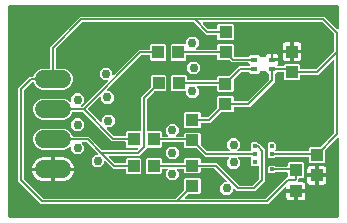
<source format=gbr>
G04 EAGLE Gerber RS-274X export*
G75*
%MOMM*%
%FSLAX34Y34*%
%LPD*%
%INTop Copper*%
%IPPOS*%
%AMOC8*
5,1,8,0,0,1.08239X$1,22.5*%
G01*
%ADD10R,1.080000X1.050000*%
%ADD11C,1.524000*%
%ADD12R,1.100000X1.000000*%
%ADD13R,1.000000X1.100000*%
%ADD14R,0.600000X0.450000*%
%ADD15R,0.350000X0.350000*%
%ADD16C,0.152400*%
%ADD17C,0.756400*%

G36*
X289098Y10164D02*
X289098Y10164D01*
X289117Y10162D01*
X289219Y10184D01*
X289321Y10200D01*
X289338Y10210D01*
X289358Y10214D01*
X289447Y10267D01*
X289538Y10316D01*
X289552Y10330D01*
X289569Y10340D01*
X289636Y10419D01*
X289708Y10494D01*
X289716Y10512D01*
X289729Y10527D01*
X289768Y10623D01*
X289811Y10717D01*
X289813Y10737D01*
X289821Y10755D01*
X289839Y10922D01*
X289839Y76918D01*
X289828Y76988D01*
X289826Y77060D01*
X289808Y77109D01*
X289800Y77160D01*
X289766Y77224D01*
X289741Y77291D01*
X289709Y77332D01*
X289684Y77378D01*
X289632Y77427D01*
X289588Y77483D01*
X289544Y77511D01*
X289506Y77547D01*
X289441Y77577D01*
X289381Y77616D01*
X289330Y77629D01*
X289283Y77651D01*
X289212Y77659D01*
X289142Y77676D01*
X289090Y77672D01*
X289039Y77678D01*
X288968Y77663D01*
X288897Y77657D01*
X288849Y77637D01*
X288798Y77626D01*
X288737Y77589D01*
X288671Y77561D01*
X288615Y77516D01*
X288587Y77499D01*
X288572Y77482D01*
X288540Y77456D01*
X278548Y67464D01*
X278495Y67390D01*
X278435Y67320D01*
X278423Y67290D01*
X278404Y67264D01*
X278377Y67177D01*
X278343Y67092D01*
X278339Y67051D01*
X278332Y67029D01*
X278333Y66997D01*
X278325Y66925D01*
X278325Y57668D01*
X277432Y56775D01*
X265368Y56775D01*
X264475Y57668D01*
X264475Y61002D01*
X264472Y61022D01*
X264474Y61041D01*
X264452Y61143D01*
X264436Y61245D01*
X264426Y61262D01*
X264422Y61282D01*
X264369Y61371D01*
X264320Y61462D01*
X264306Y61476D01*
X264296Y61493D01*
X264217Y61560D01*
X264142Y61632D01*
X264124Y61640D01*
X264109Y61653D01*
X264013Y61692D01*
X263919Y61735D01*
X263899Y61737D01*
X263881Y61745D01*
X263714Y61763D01*
X236835Y61763D01*
X236745Y61749D01*
X236654Y61741D01*
X236624Y61729D01*
X236592Y61724D01*
X236511Y61681D01*
X236428Y61645D01*
X236395Y61619D01*
X236375Y61608D01*
X236353Y61585D01*
X236297Y61540D01*
X235532Y60775D01*
X230768Y60775D01*
X229875Y61668D01*
X229875Y66432D01*
X230205Y66762D01*
X230217Y66778D01*
X230233Y66790D01*
X230289Y66877D01*
X230349Y66961D01*
X230355Y66980D01*
X230366Y66997D01*
X230391Y67098D01*
X230421Y67197D01*
X230421Y67216D01*
X230426Y67236D01*
X230418Y67339D01*
X230415Y67442D01*
X230408Y67461D01*
X230407Y67481D01*
X230366Y67576D01*
X230331Y67673D01*
X230318Y67689D01*
X230310Y67707D01*
X230205Y67838D01*
X229875Y68168D01*
X229875Y72932D01*
X230768Y73825D01*
X235532Y73825D01*
X236425Y72932D01*
X236425Y68168D01*
X236095Y67838D01*
X236083Y67822D01*
X236067Y67810D01*
X236011Y67723D01*
X235951Y67639D01*
X235945Y67620D01*
X235934Y67603D01*
X235909Y67502D01*
X235879Y67403D01*
X235879Y67384D01*
X235874Y67364D01*
X235882Y67261D01*
X235885Y67158D01*
X235892Y67139D01*
X235893Y67119D01*
X235934Y67024D01*
X235969Y66927D01*
X235982Y66911D01*
X235990Y66893D01*
X236095Y66762D01*
X236297Y66560D01*
X236371Y66507D01*
X236440Y66447D01*
X236470Y66435D01*
X236496Y66416D01*
X236583Y66389D01*
X236668Y66355D01*
X236709Y66351D01*
X236731Y66344D01*
X236764Y66345D01*
X236835Y66337D01*
X263714Y66337D01*
X263734Y66340D01*
X263753Y66338D01*
X263855Y66360D01*
X263957Y66376D01*
X263974Y66386D01*
X263994Y66390D01*
X264083Y66443D01*
X264174Y66492D01*
X264188Y66506D01*
X264205Y66516D01*
X264272Y66595D01*
X264344Y66670D01*
X264352Y66688D01*
X264365Y66703D01*
X264404Y66799D01*
X264447Y66893D01*
X264449Y66913D01*
X264457Y66931D01*
X264475Y67098D01*
X264475Y69432D01*
X265368Y70325D01*
X274625Y70325D01*
X274716Y70339D01*
X274806Y70347D01*
X274836Y70359D01*
X274868Y70364D01*
X274949Y70407D01*
X275033Y70443D01*
X275065Y70469D01*
X275086Y70480D01*
X275108Y70503D01*
X275164Y70548D01*
X285990Y81374D01*
X286043Y81448D01*
X286103Y81518D01*
X286115Y81548D01*
X286134Y81574D01*
X286161Y81661D01*
X286195Y81746D01*
X286199Y81787D01*
X286206Y81809D01*
X286205Y81841D01*
X286213Y81913D01*
X286213Y143142D01*
X286202Y143212D01*
X286200Y143284D01*
X286182Y143333D01*
X286174Y143384D01*
X286140Y143448D01*
X286115Y143515D01*
X286083Y143556D01*
X286058Y143602D01*
X286006Y143651D01*
X285962Y143707D01*
X285918Y143735D01*
X285880Y143771D01*
X285815Y143801D01*
X285755Y143840D01*
X285704Y143853D01*
X285657Y143875D01*
X285586Y143883D01*
X285516Y143900D01*
X285464Y143896D01*
X285413Y143902D01*
X285342Y143887D01*
X285271Y143881D01*
X285223Y143861D01*
X285172Y143850D01*
X285111Y143813D01*
X285045Y143785D01*
X284989Y143740D01*
X284961Y143723D01*
X284946Y143706D01*
X284914Y143680D01*
X272297Y131063D01*
X257986Y131063D01*
X257966Y131060D01*
X257947Y131062D01*
X257845Y131040D01*
X257743Y131024D01*
X257726Y131014D01*
X257706Y131010D01*
X257617Y130957D01*
X257526Y130908D01*
X257512Y130894D01*
X257495Y130884D01*
X257428Y130805D01*
X257356Y130730D01*
X257348Y130712D01*
X257335Y130697D01*
X257296Y130601D01*
X257253Y130507D01*
X257251Y130487D01*
X257243Y130469D01*
X257225Y130302D01*
X257225Y127468D01*
X256332Y126575D01*
X244268Y126575D01*
X243375Y127468D01*
X243375Y132952D01*
X243372Y132972D01*
X243374Y132991D01*
X243352Y133093D01*
X243336Y133195D01*
X243326Y133212D01*
X243322Y133232D01*
X243269Y133321D01*
X243220Y133412D01*
X243206Y133426D01*
X243196Y133443D01*
X243117Y133510D01*
X243042Y133582D01*
X243024Y133590D01*
X243009Y133603D01*
X242913Y133642D01*
X242819Y133685D01*
X242799Y133687D01*
X242781Y133695D01*
X242614Y133713D01*
X238686Y133713D01*
X238666Y133710D01*
X238647Y133712D01*
X238545Y133690D01*
X238443Y133674D01*
X238426Y133664D01*
X238406Y133660D01*
X238317Y133607D01*
X238226Y133558D01*
X238212Y133544D01*
X238195Y133534D01*
X238128Y133455D01*
X238056Y133380D01*
X238048Y133362D01*
X238035Y133347D01*
X237996Y133251D01*
X237953Y133157D01*
X237952Y133145D01*
X237032Y132225D01*
X236448Y132225D01*
X236428Y132222D01*
X236409Y132224D01*
X236307Y132202D01*
X236205Y132186D01*
X236188Y132176D01*
X236168Y132172D01*
X236079Y132119D01*
X235988Y132070D01*
X235974Y132056D01*
X235957Y132046D01*
X235890Y131967D01*
X235818Y131892D01*
X235810Y131874D01*
X235797Y131859D01*
X235758Y131763D01*
X235715Y131669D01*
X235713Y131649D01*
X235705Y131631D01*
X235687Y131464D01*
X235687Y125453D01*
X214447Y104213D01*
X201686Y104213D01*
X201666Y104210D01*
X201647Y104212D01*
X201545Y104190D01*
X201443Y104174D01*
X201426Y104164D01*
X201406Y104160D01*
X201317Y104107D01*
X201226Y104058D01*
X201212Y104044D01*
X201195Y104034D01*
X201128Y103955D01*
X201056Y103880D01*
X201048Y103862D01*
X201035Y103847D01*
X200996Y103751D01*
X200953Y103657D01*
X200951Y103637D01*
X200943Y103619D01*
X200925Y103452D01*
X200925Y100868D01*
X200032Y99975D01*
X190924Y99975D01*
X190834Y99961D01*
X190743Y99953D01*
X190714Y99941D01*
X190682Y99936D01*
X190601Y99893D01*
X190517Y99857D01*
X190485Y99831D01*
X190464Y99820D01*
X190442Y99797D01*
X190386Y99752D01*
X181047Y90413D01*
X173886Y90413D01*
X173866Y90410D01*
X173847Y90412D01*
X173745Y90390D01*
X173643Y90374D01*
X173626Y90364D01*
X173606Y90360D01*
X173517Y90307D01*
X173426Y90258D01*
X173412Y90244D01*
X173395Y90234D01*
X173328Y90155D01*
X173256Y90080D01*
X173248Y90062D01*
X173235Y90047D01*
X173196Y89951D01*
X173153Y89857D01*
X173151Y89837D01*
X173143Y89819D01*
X173125Y89652D01*
X173125Y87068D01*
X172232Y86175D01*
X159968Y86175D01*
X159075Y87068D01*
X159075Y98332D01*
X159968Y99225D01*
X172232Y99225D01*
X173125Y98332D01*
X173125Y95748D01*
X173128Y95728D01*
X173126Y95709D01*
X173148Y95607D01*
X173164Y95505D01*
X173174Y95488D01*
X173178Y95468D01*
X173231Y95379D01*
X173280Y95288D01*
X173294Y95274D01*
X173304Y95257D01*
X173383Y95190D01*
X173458Y95118D01*
X173476Y95110D01*
X173491Y95097D01*
X173587Y95058D01*
X173681Y95015D01*
X173701Y95013D01*
X173719Y95005D01*
X173886Y94987D01*
X178837Y94987D01*
X178928Y95001D01*
X179018Y95009D01*
X179048Y95021D01*
X179080Y95026D01*
X179161Y95069D01*
X179245Y95105D01*
X179277Y95131D01*
X179298Y95142D01*
X179320Y95165D01*
X179376Y95210D01*
X186652Y102486D01*
X186705Y102560D01*
X186765Y102630D01*
X186777Y102660D01*
X186796Y102686D01*
X186823Y102773D01*
X186830Y102792D01*
X186847Y102828D01*
X186848Y102836D01*
X186857Y102858D01*
X186861Y102899D01*
X186868Y102921D01*
X186867Y102953D01*
X186875Y103024D01*
X186875Y112132D01*
X187768Y113025D01*
X200032Y113025D01*
X200925Y112132D01*
X200925Y109548D01*
X200928Y109528D01*
X200926Y109509D01*
X200948Y109407D01*
X200964Y109305D01*
X200974Y109288D01*
X200978Y109268D01*
X201031Y109179D01*
X201080Y109088D01*
X201094Y109074D01*
X201104Y109057D01*
X201183Y108990D01*
X201258Y108918D01*
X201276Y108910D01*
X201291Y108897D01*
X201387Y108858D01*
X201481Y108815D01*
X201501Y108813D01*
X201519Y108805D01*
X201686Y108787D01*
X212237Y108787D01*
X212328Y108801D01*
X212418Y108809D01*
X212448Y108821D01*
X212480Y108826D01*
X212561Y108869D01*
X212645Y108905D01*
X212677Y108931D01*
X212698Y108942D01*
X212720Y108965D01*
X212776Y109010D01*
X230890Y127124D01*
X230943Y127198D01*
X231003Y127268D01*
X231015Y127298D01*
X231034Y127324D01*
X231061Y127411D01*
X231095Y127496D01*
X231099Y127537D01*
X231106Y127559D01*
X231105Y127591D01*
X231113Y127663D01*
X231113Y131464D01*
X231110Y131484D01*
X231112Y131503D01*
X231090Y131605D01*
X231074Y131707D01*
X231064Y131724D01*
X231060Y131744D01*
X231007Y131833D01*
X230958Y131924D01*
X230944Y131938D01*
X230934Y131955D01*
X230855Y132022D01*
X230780Y132094D01*
X230762Y132102D01*
X230747Y132115D01*
X230651Y132154D01*
X230557Y132197D01*
X230537Y132199D01*
X230519Y132207D01*
X230352Y132225D01*
X229768Y132225D01*
X228875Y133118D01*
X228875Y133238D01*
X228872Y133258D01*
X228874Y133277D01*
X228852Y133379D01*
X228836Y133481D01*
X228826Y133498D01*
X228822Y133518D01*
X228769Y133607D01*
X228720Y133698D01*
X228706Y133712D01*
X228696Y133729D01*
X228617Y133796D01*
X228542Y133868D01*
X228524Y133876D01*
X228509Y133889D01*
X228413Y133928D01*
X228319Y133971D01*
X228299Y133973D01*
X228281Y133981D01*
X228114Y133999D01*
X223686Y133999D01*
X223666Y133996D01*
X223647Y133998D01*
X223545Y133976D01*
X223443Y133960D01*
X223426Y133950D01*
X223406Y133946D01*
X223317Y133893D01*
X223226Y133844D01*
X223212Y133830D01*
X223195Y133820D01*
X223128Y133741D01*
X223056Y133666D01*
X223048Y133648D01*
X223035Y133633D01*
X222996Y133537D01*
X222953Y133443D01*
X222951Y133423D01*
X222943Y133405D01*
X222925Y133238D01*
X222925Y133118D01*
X222032Y132225D01*
X214768Y132225D01*
X213843Y133151D01*
X213836Y133195D01*
X213826Y133212D01*
X213822Y133232D01*
X213769Y133321D01*
X213720Y133412D01*
X213706Y133426D01*
X213696Y133443D01*
X213617Y133510D01*
X213542Y133582D01*
X213524Y133590D01*
X213509Y133603D01*
X213413Y133642D01*
X213319Y133685D01*
X213299Y133687D01*
X213281Y133695D01*
X213114Y133713D01*
X207663Y133713D01*
X207572Y133699D01*
X207482Y133691D01*
X207452Y133679D01*
X207420Y133674D01*
X207339Y133631D01*
X207255Y133595D01*
X207223Y133569D01*
X207202Y133558D01*
X207180Y133535D01*
X207124Y133490D01*
X201148Y127514D01*
X201095Y127440D01*
X201035Y127370D01*
X201023Y127340D01*
X201004Y127314D01*
X200977Y127227D01*
X200943Y127142D01*
X200939Y127101D01*
X200932Y127079D01*
X200933Y127047D01*
X200925Y126975D01*
X200925Y117868D01*
X200032Y116975D01*
X187768Y116975D01*
X186875Y117868D01*
X186875Y121052D01*
X186872Y121072D01*
X186874Y121091D01*
X186852Y121193D01*
X186836Y121295D01*
X186826Y121312D01*
X186822Y121332D01*
X186769Y121421D01*
X186720Y121512D01*
X186706Y121526D01*
X186696Y121543D01*
X186617Y121610D01*
X186542Y121682D01*
X186524Y121690D01*
X186509Y121703D01*
X186413Y121742D01*
X186319Y121785D01*
X186299Y121787D01*
X186281Y121795D01*
X186114Y121813D01*
X170529Y121813D01*
X170459Y121802D01*
X170387Y121800D01*
X170338Y121782D01*
X170287Y121774D01*
X170223Y121740D01*
X170156Y121715D01*
X170115Y121683D01*
X170069Y121658D01*
X170020Y121606D01*
X169964Y121562D01*
X169936Y121518D01*
X169900Y121480D01*
X169870Y121415D01*
X169831Y121355D01*
X169818Y121304D01*
X169796Y121257D01*
X169788Y121186D01*
X169771Y121116D01*
X169775Y121064D01*
X169769Y121013D01*
X169784Y120942D01*
X169790Y120871D01*
X169810Y120823D01*
X169821Y120772D01*
X169858Y120711D01*
X169886Y120645D01*
X169931Y120589D01*
X169948Y120561D01*
X169965Y120546D01*
X169991Y120514D01*
X171307Y119198D01*
X171307Y114802D01*
X168198Y111693D01*
X163802Y111693D01*
X160693Y114802D01*
X160693Y116314D01*
X160690Y116334D01*
X160692Y116353D01*
X160670Y116455D01*
X160654Y116557D01*
X160644Y116574D01*
X160640Y116594D01*
X160587Y116683D01*
X160538Y116774D01*
X160524Y116788D01*
X160514Y116805D01*
X160435Y116872D01*
X160360Y116944D01*
X160342Y116952D01*
X160327Y116965D01*
X160231Y117004D01*
X160137Y117047D01*
X160117Y117049D01*
X160099Y117057D01*
X159932Y117075D01*
X148968Y117075D01*
X148075Y117968D01*
X148075Y130232D01*
X148968Y131125D01*
X160232Y131125D01*
X161125Y130232D01*
X161125Y127148D01*
X161128Y127128D01*
X161126Y127109D01*
X161148Y127007D01*
X161164Y126905D01*
X161174Y126888D01*
X161178Y126868D01*
X161231Y126779D01*
X161280Y126688D01*
X161294Y126674D01*
X161304Y126657D01*
X161383Y126590D01*
X161458Y126518D01*
X161476Y126510D01*
X161491Y126497D01*
X161587Y126458D01*
X161681Y126415D01*
X161701Y126413D01*
X161719Y126405D01*
X161886Y126387D01*
X186114Y126387D01*
X186134Y126390D01*
X186153Y126388D01*
X186255Y126410D01*
X186357Y126426D01*
X186374Y126436D01*
X186394Y126440D01*
X186483Y126493D01*
X186574Y126542D01*
X186588Y126556D01*
X186605Y126566D01*
X186672Y126645D01*
X186744Y126720D01*
X186752Y126738D01*
X186765Y126753D01*
X186804Y126849D01*
X186847Y126943D01*
X186849Y126963D01*
X186857Y126981D01*
X186875Y127148D01*
X186875Y129132D01*
X187768Y130025D01*
X196875Y130025D01*
X196966Y130039D01*
X197056Y130047D01*
X197086Y130059D01*
X197118Y130064D01*
X197199Y130107D01*
X197283Y130143D01*
X197315Y130169D01*
X197336Y130180D01*
X197358Y130203D01*
X197414Y130248D01*
X205453Y138287D01*
X213114Y138287D01*
X213134Y138290D01*
X213153Y138288D01*
X213255Y138310D01*
X213357Y138326D01*
X213374Y138336D01*
X213394Y138340D01*
X213483Y138393D01*
X213574Y138442D01*
X213588Y138456D01*
X213605Y138466D01*
X213672Y138545D01*
X213744Y138620D01*
X213752Y138638D01*
X213765Y138653D01*
X213804Y138749D01*
X213847Y138843D01*
X213848Y138855D01*
X214455Y139462D01*
X214467Y139478D01*
X214483Y139490D01*
X214539Y139578D01*
X214599Y139661D01*
X214605Y139680D01*
X214616Y139697D01*
X214641Y139798D01*
X214671Y139897D01*
X214671Y139916D01*
X214676Y139936D01*
X214668Y140039D01*
X214665Y140142D01*
X214658Y140161D01*
X214657Y140181D01*
X214616Y140276D01*
X214581Y140373D01*
X214568Y140389D01*
X214560Y140407D01*
X214455Y140538D01*
X213843Y141151D01*
X213836Y141195D01*
X213826Y141212D01*
X213822Y141232D01*
X213769Y141321D01*
X213720Y141412D01*
X213706Y141426D01*
X213696Y141443D01*
X213617Y141510D01*
X213542Y141582D01*
X213524Y141590D01*
X213509Y141603D01*
X213413Y141642D01*
X213319Y141685D01*
X213299Y141687D01*
X213281Y141695D01*
X213114Y141713D01*
X199453Y141713D01*
X197614Y143552D01*
X197540Y143605D01*
X197470Y143665D01*
X197440Y143677D01*
X197414Y143696D01*
X197327Y143723D01*
X197242Y143757D01*
X197201Y143761D01*
X197179Y143768D01*
X197147Y143767D01*
X197076Y143775D01*
X187968Y143775D01*
X187075Y144668D01*
X187075Y147052D01*
X187072Y147072D01*
X187074Y147091D01*
X187052Y147193D01*
X187036Y147295D01*
X187026Y147312D01*
X187022Y147332D01*
X186969Y147421D01*
X186920Y147512D01*
X186906Y147526D01*
X186896Y147543D01*
X186817Y147610D01*
X186742Y147682D01*
X186724Y147690D01*
X186709Y147703D01*
X186613Y147742D01*
X186519Y147785D01*
X186499Y147787D01*
X186481Y147795D01*
X186314Y147813D01*
X161386Y147813D01*
X161366Y147810D01*
X161347Y147812D01*
X161245Y147790D01*
X161143Y147774D01*
X161126Y147764D01*
X161106Y147760D01*
X161017Y147707D01*
X160926Y147658D01*
X160912Y147644D01*
X160895Y147634D01*
X160828Y147555D01*
X160756Y147480D01*
X160748Y147462D01*
X160735Y147447D01*
X160696Y147351D01*
X160653Y147257D01*
X160651Y147237D01*
X160643Y147219D01*
X160625Y147052D01*
X160625Y143968D01*
X159732Y143075D01*
X148468Y143075D01*
X147575Y143968D01*
X147575Y156232D01*
X148468Y157125D01*
X159932Y157125D01*
X159952Y157128D01*
X159971Y157126D01*
X160073Y157148D01*
X160175Y157164D01*
X160192Y157174D01*
X160212Y157178D01*
X160301Y157231D01*
X160392Y157280D01*
X160406Y157294D01*
X160423Y157304D01*
X160490Y157383D01*
X160562Y157458D01*
X160570Y157476D01*
X160583Y157491D01*
X160622Y157587D01*
X160665Y157681D01*
X160667Y157701D01*
X160675Y157719D01*
X160693Y157886D01*
X160693Y160198D01*
X163802Y163307D01*
X168198Y163307D01*
X171307Y160198D01*
X171307Y155802D01*
X169191Y153686D01*
X169149Y153628D01*
X169100Y153576D01*
X169078Y153529D01*
X169048Y153487D01*
X169026Y153418D01*
X168996Y153353D01*
X168991Y153301D01*
X168975Y153251D01*
X168977Y153180D01*
X168969Y153109D01*
X168980Y153058D01*
X168982Y153006D01*
X169006Y152938D01*
X169021Y152868D01*
X169048Y152823D01*
X169066Y152775D01*
X169111Y152719D01*
X169148Y152657D01*
X169187Y152623D01*
X169220Y152583D01*
X169280Y152544D01*
X169335Y152497D01*
X169383Y152478D01*
X169427Y152450D01*
X169496Y152432D01*
X169563Y152405D01*
X169634Y152397D01*
X169665Y152389D01*
X169688Y152391D01*
X169729Y152387D01*
X186314Y152387D01*
X186334Y152390D01*
X186353Y152388D01*
X186455Y152410D01*
X186557Y152426D01*
X186574Y152436D01*
X186594Y152440D01*
X186683Y152493D01*
X186774Y152542D01*
X186788Y152556D01*
X186805Y152566D01*
X186872Y152645D01*
X186944Y152720D01*
X186952Y152738D01*
X186965Y152753D01*
X187004Y152849D01*
X187047Y152943D01*
X187049Y152963D01*
X187057Y152981D01*
X187075Y153148D01*
X187075Y155932D01*
X187968Y156825D01*
X200232Y156825D01*
X201125Y155932D01*
X201125Y147048D01*
X201128Y147028D01*
X201126Y147009D01*
X201148Y146907D01*
X201164Y146805D01*
X201174Y146788D01*
X201178Y146768D01*
X201231Y146679D01*
X201280Y146588D01*
X201294Y146574D01*
X201304Y146557D01*
X201383Y146490D01*
X201458Y146418D01*
X201476Y146410D01*
X201491Y146397D01*
X201587Y146358D01*
X201681Y146315D01*
X201701Y146313D01*
X201719Y146305D01*
X201886Y146287D01*
X213114Y146287D01*
X213134Y146290D01*
X213153Y146288D01*
X213255Y146310D01*
X213357Y146326D01*
X213374Y146336D01*
X213394Y146340D01*
X213483Y146393D01*
X213574Y146442D01*
X213588Y146456D01*
X213605Y146466D01*
X213672Y146545D01*
X213744Y146620D01*
X213752Y146638D01*
X213765Y146653D01*
X213804Y146749D01*
X213847Y146843D01*
X213848Y146855D01*
X214768Y147775D01*
X222032Y147775D01*
X222925Y146882D01*
X222925Y146762D01*
X222928Y146742D01*
X222926Y146723D01*
X222948Y146621D01*
X222964Y146519D01*
X222974Y146502D01*
X222978Y146482D01*
X223031Y146393D01*
X223080Y146302D01*
X223094Y146288D01*
X223104Y146271D01*
X223183Y146204D01*
X223258Y146132D01*
X223276Y146124D01*
X223291Y146111D01*
X223387Y146072D01*
X223481Y146029D01*
X223501Y146027D01*
X223519Y146019D01*
X223686Y146001D01*
X227119Y146001D01*
X227162Y146008D01*
X227206Y146006D01*
X227283Y146028D01*
X227361Y146040D01*
X227400Y146061D01*
X227442Y146073D01*
X227508Y146118D01*
X227579Y146156D01*
X227609Y146187D01*
X227645Y146212D01*
X227693Y146276D01*
X227748Y146334D01*
X227767Y146374D01*
X227793Y146409D01*
X227846Y146545D01*
X227852Y146557D01*
X227852Y146560D01*
X227854Y146565D01*
X228032Y147231D01*
X228367Y147810D01*
X228840Y148283D01*
X229419Y148618D01*
X230066Y148791D01*
X232276Y148791D01*
X232276Y144363D01*
X232279Y144344D01*
X232277Y144324D01*
X232299Y144222D01*
X232315Y144120D01*
X232325Y144103D01*
X232329Y144083D01*
X232382Y143994D01*
X232431Y143903D01*
X232445Y143889D01*
X232455Y143872D01*
X232534Y143805D01*
X232609Y143734D01*
X232627Y143725D01*
X232642Y143712D01*
X232738Y143674D01*
X232832Y143630D01*
X232852Y143628D01*
X232870Y143620D01*
X233004Y143606D01*
X233003Y143597D01*
X233025Y143496D01*
X233042Y143394D01*
X233051Y143377D01*
X233055Y143357D01*
X233108Y143268D01*
X233157Y143177D01*
X233171Y143163D01*
X233181Y143146D01*
X233260Y143079D01*
X233335Y143007D01*
X233353Y142999D01*
X233368Y142986D01*
X233465Y142947D01*
X233558Y142904D01*
X233578Y142902D01*
X233596Y142894D01*
X233763Y142876D01*
X238941Y142876D01*
X238941Y141416D01*
X238768Y140769D01*
X238433Y140190D01*
X238063Y139820D01*
X238051Y139804D01*
X238036Y139791D01*
X237980Y139704D01*
X237919Y139620D01*
X237914Y139601D01*
X237903Y139584D01*
X237877Y139484D01*
X237847Y139385D01*
X237848Y139365D01*
X237843Y139346D01*
X237851Y139243D01*
X237853Y139139D01*
X237860Y139120D01*
X237862Y139100D01*
X237902Y139005D01*
X237938Y138908D01*
X237950Y138893D01*
X237964Y138805D01*
X237974Y138788D01*
X237978Y138768D01*
X238031Y138679D01*
X238080Y138588D01*
X238094Y138574D01*
X238104Y138557D01*
X238183Y138490D01*
X238258Y138418D01*
X238276Y138410D01*
X238291Y138397D01*
X238387Y138358D01*
X238481Y138315D01*
X238501Y138313D01*
X238519Y138305D01*
X238686Y138287D01*
X242614Y138287D01*
X242634Y138290D01*
X242653Y138288D01*
X242755Y138310D01*
X242857Y138326D01*
X242874Y138336D01*
X242894Y138340D01*
X242983Y138393D01*
X243074Y138442D01*
X243088Y138456D01*
X243105Y138466D01*
X243172Y138545D01*
X243244Y138620D01*
X243252Y138638D01*
X243265Y138653D01*
X243304Y138749D01*
X243347Y138843D01*
X243349Y138863D01*
X243357Y138881D01*
X243375Y139048D01*
X243375Y139232D01*
X244268Y140125D01*
X256332Y140125D01*
X257225Y139232D01*
X257225Y136398D01*
X257228Y136378D01*
X257226Y136359D01*
X257248Y136257D01*
X257264Y136155D01*
X257274Y136138D01*
X257278Y136118D01*
X257331Y136029D01*
X257380Y135938D01*
X257394Y135924D01*
X257404Y135907D01*
X257483Y135840D01*
X257558Y135768D01*
X257576Y135760D01*
X257591Y135747D01*
X257687Y135708D01*
X257781Y135665D01*
X257801Y135663D01*
X257819Y135655D01*
X257986Y135637D01*
X270087Y135637D01*
X270178Y135651D01*
X270268Y135659D01*
X270298Y135671D01*
X270330Y135676D01*
X270411Y135719D01*
X270495Y135755D01*
X270527Y135781D01*
X270548Y135792D01*
X270570Y135815D01*
X270626Y135860D01*
X285990Y151224D01*
X286034Y151284D01*
X286072Y151325D01*
X286079Y151340D01*
X286103Y151368D01*
X286115Y151398D01*
X286134Y151424D01*
X286161Y151511D01*
X286174Y151544D01*
X286176Y151548D01*
X286176Y151549D01*
X286195Y151596D01*
X286199Y151637D01*
X286206Y151659D01*
X286205Y151691D01*
X286213Y151762D01*
X286213Y165237D01*
X286199Y165328D01*
X286191Y165418D01*
X286179Y165448D01*
X286174Y165480D01*
X286131Y165561D01*
X286095Y165645D01*
X286069Y165677D01*
X286058Y165698D01*
X286035Y165720D01*
X285990Y165776D01*
X276276Y175490D01*
X276202Y175543D01*
X276132Y175603D01*
X276102Y175615D01*
X276076Y175634D01*
X275989Y175661D01*
X275904Y175695D01*
X275863Y175699D01*
X275841Y175706D01*
X275809Y175705D01*
X275737Y175713D01*
X175358Y175713D01*
X175288Y175702D01*
X175216Y175700D01*
X175167Y175682D01*
X175116Y175674D01*
X175052Y175640D01*
X174985Y175615D01*
X174944Y175583D01*
X174898Y175558D01*
X174849Y175506D01*
X174793Y175462D01*
X174765Y175418D01*
X174729Y175380D01*
X174699Y175315D01*
X174660Y175255D01*
X174647Y175204D01*
X174625Y175157D01*
X174617Y175086D01*
X174600Y175016D01*
X174604Y174964D01*
X174598Y174913D01*
X174613Y174842D01*
X174619Y174771D01*
X174639Y174723D01*
X174650Y174672D01*
X174687Y174611D01*
X174715Y174545D01*
X174760Y174489D01*
X174777Y174461D01*
X174794Y174446D01*
X174820Y174414D01*
X179424Y169810D01*
X179498Y169757D01*
X179568Y169697D01*
X179598Y169685D01*
X179624Y169666D01*
X179711Y169639D01*
X179796Y169605D01*
X179837Y169601D01*
X179859Y169594D01*
X179891Y169595D01*
X179963Y169587D01*
X186314Y169587D01*
X186334Y169590D01*
X186353Y169588D01*
X186455Y169610D01*
X186557Y169626D01*
X186574Y169636D01*
X186594Y169640D01*
X186683Y169693D01*
X186774Y169742D01*
X186788Y169756D01*
X186805Y169766D01*
X186872Y169845D01*
X186944Y169920D01*
X186952Y169938D01*
X186965Y169953D01*
X187004Y170049D01*
X187047Y170143D01*
X187049Y170163D01*
X187057Y170181D01*
X187075Y170348D01*
X187075Y172932D01*
X187968Y173825D01*
X200232Y173825D01*
X201125Y172932D01*
X201125Y161668D01*
X200232Y160775D01*
X187968Y160775D01*
X187075Y161668D01*
X187075Y164252D01*
X187072Y164272D01*
X187074Y164291D01*
X187052Y164393D01*
X187036Y164495D01*
X187026Y164512D01*
X187022Y164532D01*
X186969Y164621D01*
X186920Y164712D01*
X186906Y164726D01*
X186896Y164743D01*
X186817Y164810D01*
X186742Y164882D01*
X186724Y164890D01*
X186709Y164903D01*
X186613Y164942D01*
X186519Y164985D01*
X186499Y164987D01*
X186481Y164995D01*
X186314Y165013D01*
X177753Y165013D01*
X167276Y175490D01*
X167202Y175543D01*
X167132Y175603D01*
X167102Y175615D01*
X167076Y175634D01*
X166989Y175661D01*
X166904Y175695D01*
X166863Y175699D01*
X166841Y175706D01*
X166809Y175705D01*
X166738Y175713D01*
X73263Y175713D01*
X73172Y175699D01*
X73082Y175691D01*
X73052Y175679D01*
X73020Y175674D01*
X72939Y175631D01*
X72855Y175595D01*
X72823Y175569D01*
X72802Y175558D01*
X72780Y175535D01*
X72724Y175490D01*
X50610Y153376D01*
X50557Y153302D01*
X50497Y153232D01*
X50485Y153202D01*
X50466Y153176D01*
X50439Y153089D01*
X50405Y153004D01*
X50401Y152963D01*
X50394Y152941D01*
X50395Y152909D01*
X50387Y152837D01*
X50387Y137206D01*
X50390Y137186D01*
X50388Y137167D01*
X50410Y137065D01*
X50426Y136963D01*
X50436Y136946D01*
X50440Y136926D01*
X50493Y136837D01*
X50542Y136746D01*
X50556Y136732D01*
X50566Y136715D01*
X50645Y136648D01*
X50720Y136576D01*
X50738Y136568D01*
X50753Y136555D01*
X50849Y136516D01*
X50943Y136473D01*
X50963Y136471D01*
X50981Y136463D01*
X51148Y136445D01*
X57539Y136445D01*
X60900Y135053D01*
X63473Y132480D01*
X64865Y129119D01*
X64865Y125481D01*
X63473Y122120D01*
X60900Y119547D01*
X57539Y118155D01*
X38661Y118155D01*
X35300Y119547D01*
X32727Y122120D01*
X31724Y124543D01*
X31662Y124643D01*
X31602Y124743D01*
X31597Y124747D01*
X31594Y124752D01*
X31504Y124827D01*
X31415Y124903D01*
X31409Y124905D01*
X31405Y124909D01*
X31296Y124951D01*
X31187Y124995D01*
X31180Y124996D01*
X31175Y124997D01*
X31157Y124998D01*
X31020Y125013D01*
X30485Y125013D01*
X30394Y124999D01*
X30304Y124991D01*
X30274Y124979D01*
X30242Y124974D01*
X30161Y124931D01*
X30077Y124895D01*
X30045Y124869D01*
X30024Y124858D01*
X30002Y124835D01*
X29946Y124790D01*
X23432Y118276D01*
X23379Y118202D01*
X23319Y118132D01*
X23307Y118102D01*
X23288Y118076D01*
X23261Y117989D01*
X23227Y117904D01*
X23223Y117863D01*
X23216Y117841D01*
X23217Y117809D01*
X23209Y117737D01*
X23209Y43263D01*
X23223Y43172D01*
X23231Y43082D01*
X23243Y43052D01*
X23248Y43020D01*
X23291Y42939D01*
X23327Y42855D01*
X23353Y42823D01*
X23364Y42802D01*
X23387Y42780D01*
X23432Y42724D01*
X39724Y26432D01*
X39798Y26379D01*
X39868Y26319D01*
X39898Y26307D01*
X39924Y26288D01*
X40011Y26261D01*
X40096Y26227D01*
X40137Y26223D01*
X40159Y26216D01*
X40191Y26217D01*
X40263Y26209D01*
X151459Y26209D01*
X151550Y26223D01*
X151640Y26231D01*
X151670Y26243D01*
X151702Y26248D01*
X151783Y26291D01*
X151867Y26327D01*
X151899Y26353D01*
X151920Y26364D01*
X151942Y26387D01*
X151998Y26432D01*
X158652Y33086D01*
X158705Y33160D01*
X158765Y33230D01*
X158777Y33260D01*
X158796Y33286D01*
X158823Y33373D01*
X158857Y33458D01*
X158861Y33499D01*
X158868Y33521D01*
X158867Y33553D01*
X158875Y33625D01*
X158875Y42732D01*
X159768Y43625D01*
X172032Y43625D01*
X172925Y42732D01*
X172925Y31468D01*
X172032Y30575D01*
X162925Y30575D01*
X162834Y30561D01*
X162744Y30553D01*
X162714Y30541D01*
X162682Y30536D01*
X162601Y30493D01*
X162517Y30457D01*
X162485Y30431D01*
X162464Y30420D01*
X162442Y30397D01*
X162386Y30352D01*
X159542Y27508D01*
X159500Y27450D01*
X159451Y27398D01*
X159429Y27351D01*
X159399Y27309D01*
X159378Y27240D01*
X159347Y27175D01*
X159342Y27123D01*
X159326Y27073D01*
X159328Y27002D01*
X159320Y26931D01*
X159331Y26880D01*
X159333Y26828D01*
X159357Y26760D01*
X159372Y26690D01*
X159399Y26645D01*
X159417Y26597D01*
X159462Y26541D01*
X159499Y26479D01*
X159538Y26445D01*
X159571Y26405D01*
X159631Y26366D01*
X159686Y26319D01*
X159734Y26300D01*
X159778Y26272D01*
X159847Y26254D01*
X159914Y26227D01*
X159985Y26219D01*
X160016Y26211D01*
X160040Y26213D01*
X160080Y26209D01*
X227659Y26209D01*
X227750Y26223D01*
X227840Y26231D01*
X227870Y26243D01*
X227902Y26248D01*
X227983Y26291D01*
X228067Y26327D01*
X228099Y26353D01*
X228120Y26364D01*
X228142Y26387D01*
X228198Y26432D01*
X246080Y44314D01*
X246157Y44326D01*
X246174Y44336D01*
X246194Y44340D01*
X246283Y44393D01*
X246374Y44442D01*
X246388Y44456D01*
X246405Y44466D01*
X246472Y44545D01*
X246544Y44620D01*
X246552Y44638D01*
X246565Y44653D01*
X246604Y44749D01*
X246647Y44843D01*
X246649Y44863D01*
X246657Y44881D01*
X246675Y45048D01*
X246675Y48002D01*
X246672Y48022D01*
X246674Y48041D01*
X246652Y48143D01*
X246636Y48245D01*
X246626Y48262D01*
X246622Y48282D01*
X246569Y48371D01*
X246520Y48462D01*
X246506Y48476D01*
X246496Y48493D01*
X246417Y48560D01*
X246342Y48632D01*
X246324Y48640D01*
X246309Y48653D01*
X246213Y48692D01*
X246119Y48735D01*
X246099Y48737D01*
X246081Y48745D01*
X245914Y48763D01*
X236835Y48763D01*
X236745Y48749D01*
X236654Y48741D01*
X236624Y48729D01*
X236592Y48724D01*
X236511Y48681D01*
X236428Y48645D01*
X236395Y48619D01*
X236375Y48608D01*
X236353Y48585D01*
X236297Y48540D01*
X235532Y47775D01*
X230768Y47775D01*
X229875Y48668D01*
X229875Y53432D01*
X230768Y54325D01*
X235532Y54325D01*
X236297Y53560D01*
X236371Y53507D01*
X236440Y53447D01*
X236470Y53435D01*
X236496Y53416D01*
X236583Y53389D01*
X236668Y53355D01*
X236709Y53351D01*
X236731Y53344D01*
X236764Y53345D01*
X236835Y53337D01*
X245914Y53337D01*
X245934Y53340D01*
X245953Y53338D01*
X246055Y53360D01*
X246157Y53376D01*
X246174Y53386D01*
X246194Y53390D01*
X246283Y53443D01*
X246374Y53492D01*
X246388Y53506D01*
X246405Y53516D01*
X246472Y53595D01*
X246544Y53670D01*
X246552Y53688D01*
X246565Y53703D01*
X246604Y53799D01*
X246647Y53893D01*
X246649Y53913D01*
X246657Y53931D01*
X246675Y54098D01*
X246675Y56032D01*
X247568Y56925D01*
X259632Y56925D01*
X260525Y56032D01*
X260525Y44268D01*
X259632Y43375D01*
X256648Y43375D01*
X256628Y43372D01*
X256609Y43374D01*
X256507Y43352D01*
X256405Y43336D01*
X256388Y43326D01*
X256368Y43322D01*
X256279Y43269D01*
X256188Y43220D01*
X256174Y43206D01*
X256157Y43196D01*
X256090Y43117D01*
X256018Y43042D01*
X256010Y43024D01*
X255997Y43009D01*
X255958Y42913D01*
X255915Y42819D01*
X255913Y42799D01*
X255905Y42781D01*
X255887Y42614D01*
X255887Y41634D01*
X255883Y41630D01*
X255861Y41583D01*
X255831Y41541D01*
X255810Y41472D01*
X255779Y41407D01*
X255774Y41355D01*
X255758Y41306D01*
X255760Y41234D01*
X255752Y41162D01*
X255763Y41112D01*
X255765Y41060D01*
X255789Y40992D01*
X255804Y40922D01*
X255831Y40877D01*
X255849Y40829D01*
X255894Y40773D01*
X255931Y40711D01*
X255970Y40677D01*
X256003Y40637D01*
X256063Y40598D01*
X256118Y40551D01*
X256166Y40532D01*
X256210Y40504D01*
X256279Y40486D01*
X256346Y40459D01*
X256417Y40451D01*
X256448Y40443D01*
X256471Y40445D01*
X256512Y40441D01*
X259335Y40441D01*
X259981Y40268D01*
X260560Y39933D01*
X261033Y39460D01*
X261368Y38881D01*
X261541Y38234D01*
X261541Y34173D01*
X254362Y34173D01*
X254342Y34170D01*
X254323Y34172D01*
X254221Y34150D01*
X254119Y34133D01*
X254102Y34124D01*
X254082Y34120D01*
X253993Y34067D01*
X253902Y34018D01*
X253888Y34004D01*
X253871Y33994D01*
X253804Y33915D01*
X253733Y33840D01*
X253724Y33822D01*
X253711Y33807D01*
X253672Y33711D01*
X253629Y33617D01*
X253627Y33597D01*
X253619Y33579D01*
X253601Y33412D01*
X253601Y32649D01*
X253599Y32649D01*
X253599Y33412D01*
X253596Y33432D01*
X253598Y33451D01*
X253576Y33553D01*
X253559Y33655D01*
X253550Y33672D01*
X253546Y33692D01*
X253493Y33781D01*
X253444Y33872D01*
X253430Y33886D01*
X253420Y33903D01*
X253341Y33970D01*
X253266Y34041D01*
X253248Y34050D01*
X253233Y34063D01*
X253137Y34102D01*
X253043Y34145D01*
X253023Y34147D01*
X253005Y34155D01*
X252838Y34173D01*
X245659Y34173D01*
X245659Y35588D01*
X245648Y35658D01*
X245646Y35730D01*
X245628Y35779D01*
X245620Y35830D01*
X245586Y35894D01*
X245561Y35961D01*
X245529Y36002D01*
X245504Y36048D01*
X245452Y36097D01*
X245408Y36153D01*
X245364Y36181D01*
X245326Y36217D01*
X245261Y36247D01*
X245201Y36286D01*
X245150Y36299D01*
X245103Y36321D01*
X245032Y36329D01*
X244962Y36346D01*
X244910Y36342D01*
X244859Y36348D01*
X244788Y36333D01*
X244717Y36327D01*
X244669Y36307D01*
X244618Y36296D01*
X244557Y36259D01*
X244491Y36231D01*
X244435Y36186D01*
X244407Y36169D01*
X244392Y36152D01*
X244360Y36126D01*
X229869Y21635D01*
X38053Y21635D01*
X18635Y41053D01*
X18635Y119947D01*
X28275Y129587D01*
X31020Y129587D01*
X31135Y129606D01*
X31251Y129623D01*
X31257Y129625D01*
X31263Y129626D01*
X31366Y129681D01*
X31471Y129734D01*
X31475Y129739D01*
X31480Y129742D01*
X31560Y129826D01*
X31643Y129910D01*
X31646Y129916D01*
X31650Y129920D01*
X31658Y129937D01*
X31724Y130057D01*
X32727Y132480D01*
X35300Y135053D01*
X38661Y136445D01*
X45052Y136445D01*
X45072Y136448D01*
X45091Y136446D01*
X45193Y136468D01*
X45295Y136484D01*
X45312Y136494D01*
X45332Y136498D01*
X45421Y136551D01*
X45512Y136600D01*
X45526Y136614D01*
X45543Y136624D01*
X45610Y136703D01*
X45682Y136778D01*
X45690Y136796D01*
X45703Y136811D01*
X45742Y136907D01*
X45785Y137001D01*
X45787Y137021D01*
X45795Y137039D01*
X45813Y137206D01*
X45813Y155047D01*
X71053Y180287D01*
X277947Y180287D01*
X288540Y169694D01*
X288598Y169652D01*
X288650Y169603D01*
X288697Y169581D01*
X288739Y169551D01*
X288808Y169530D01*
X288873Y169499D01*
X288925Y169494D01*
X288975Y169478D01*
X289046Y169480D01*
X289117Y169472D01*
X289168Y169483D01*
X289220Y169485D01*
X289288Y169509D01*
X289358Y169524D01*
X289403Y169551D01*
X289451Y169569D01*
X289507Y169614D01*
X289569Y169651D01*
X289603Y169690D01*
X289643Y169723D01*
X289682Y169783D01*
X289729Y169838D01*
X289748Y169886D01*
X289776Y169930D01*
X289794Y169999D01*
X289821Y170066D01*
X289829Y170137D01*
X289837Y170168D01*
X289835Y170192D01*
X289839Y170232D01*
X289839Y189078D01*
X289838Y189088D01*
X289838Y189094D01*
X289837Y189102D01*
X289838Y189117D01*
X289816Y189219D01*
X289800Y189321D01*
X289790Y189338D01*
X289786Y189358D01*
X289733Y189447D01*
X289684Y189538D01*
X289670Y189552D01*
X289660Y189569D01*
X289581Y189636D01*
X289506Y189708D01*
X289488Y189716D01*
X289473Y189729D01*
X289377Y189768D01*
X289283Y189811D01*
X289263Y189813D01*
X289245Y189821D01*
X289078Y189839D01*
X10922Y189839D01*
X10902Y189836D01*
X10883Y189838D01*
X10781Y189816D01*
X10679Y189800D01*
X10662Y189790D01*
X10642Y189786D01*
X10553Y189733D01*
X10462Y189684D01*
X10448Y189670D01*
X10431Y189660D01*
X10364Y189581D01*
X10292Y189506D01*
X10284Y189488D01*
X10271Y189473D01*
X10232Y189377D01*
X10189Y189283D01*
X10187Y189263D01*
X10179Y189245D01*
X10161Y189078D01*
X10161Y10922D01*
X10164Y10902D01*
X10162Y10883D01*
X10184Y10781D01*
X10200Y10679D01*
X10210Y10662D01*
X10214Y10642D01*
X10267Y10553D01*
X10316Y10462D01*
X10330Y10448D01*
X10340Y10431D01*
X10419Y10364D01*
X10494Y10292D01*
X10512Y10284D01*
X10527Y10271D01*
X10623Y10232D01*
X10717Y10189D01*
X10737Y10187D01*
X10755Y10179D01*
X10922Y10161D01*
X289078Y10161D01*
X289098Y10164D01*
G37*
%LPC*%
G36*
X192802Y29693D02*
X192802Y29693D01*
X189693Y32802D01*
X189693Y37198D01*
X192802Y40307D01*
X194622Y40307D01*
X194692Y40318D01*
X194764Y40320D01*
X194813Y40338D01*
X194864Y40346D01*
X194928Y40380D01*
X194995Y40405D01*
X195036Y40437D01*
X195082Y40462D01*
X195131Y40514D01*
X195187Y40558D01*
X195215Y40602D01*
X195251Y40640D01*
X195281Y40705D01*
X195320Y40765D01*
X195333Y40816D01*
X195355Y40863D01*
X195363Y40934D01*
X195380Y41004D01*
X195376Y41056D01*
X195382Y41107D01*
X195367Y41178D01*
X195361Y41249D01*
X195341Y41297D01*
X195330Y41348D01*
X195293Y41409D01*
X195265Y41475D01*
X195220Y41531D01*
X195203Y41559D01*
X195186Y41574D01*
X195160Y41606D01*
X185176Y51590D01*
X185102Y51643D01*
X185032Y51703D01*
X185002Y51715D01*
X184976Y51734D01*
X184889Y51761D01*
X184804Y51795D01*
X184763Y51799D01*
X184741Y51806D01*
X184709Y51805D01*
X184637Y51813D01*
X173686Y51813D01*
X173666Y51810D01*
X173647Y51812D01*
X173545Y51790D01*
X173443Y51774D01*
X173426Y51764D01*
X173406Y51760D01*
X173317Y51707D01*
X173226Y51658D01*
X173212Y51644D01*
X173195Y51634D01*
X173128Y51555D01*
X173056Y51480D01*
X173048Y51462D01*
X173035Y51447D01*
X172996Y51351D01*
X172953Y51257D01*
X172951Y51237D01*
X172943Y51219D01*
X172925Y51052D01*
X172925Y48468D01*
X172032Y47575D01*
X159768Y47575D01*
X158875Y48468D01*
X158875Y50852D01*
X158872Y50872D01*
X158874Y50891D01*
X158852Y50993D01*
X158836Y51095D01*
X158826Y51112D01*
X158822Y51132D01*
X158769Y51221D01*
X158720Y51312D01*
X158706Y51326D01*
X158696Y51343D01*
X158617Y51410D01*
X158542Y51482D01*
X158524Y51490D01*
X158509Y51503D01*
X158413Y51542D01*
X158319Y51585D01*
X158299Y51587D01*
X158281Y51595D01*
X158114Y51613D01*
X153729Y51613D01*
X153659Y51602D01*
X153587Y51600D01*
X153538Y51582D01*
X153487Y51574D01*
X153423Y51540D01*
X153356Y51515D01*
X153315Y51483D01*
X153269Y51458D01*
X153220Y51406D01*
X153164Y51362D01*
X153136Y51318D01*
X153100Y51280D01*
X153070Y51215D01*
X153031Y51155D01*
X153018Y51104D01*
X152996Y51057D01*
X152988Y50986D01*
X152971Y50916D01*
X152975Y50864D01*
X152969Y50813D01*
X152984Y50742D01*
X152990Y50671D01*
X153010Y50623D01*
X153021Y50572D01*
X153058Y50511D01*
X153086Y50445D01*
X153131Y50389D01*
X153148Y50361D01*
X153165Y50346D01*
X153191Y50314D01*
X154307Y49198D01*
X154307Y44802D01*
X151198Y41693D01*
X146802Y41693D01*
X143693Y44802D01*
X143693Y49198D01*
X144809Y50314D01*
X144851Y50372D01*
X144900Y50424D01*
X144922Y50471D01*
X144952Y50513D01*
X144974Y50582D01*
X145004Y50647D01*
X145009Y50699D01*
X145025Y50749D01*
X145023Y50820D01*
X145031Y50891D01*
X145020Y50942D01*
X145018Y50994D01*
X144994Y51062D01*
X144979Y51132D01*
X144952Y51177D01*
X144934Y51225D01*
X144889Y51281D01*
X144852Y51343D01*
X144813Y51377D01*
X144780Y51417D01*
X144720Y51456D01*
X144665Y51503D01*
X144617Y51522D01*
X144573Y51550D01*
X144504Y51568D01*
X144437Y51595D01*
X144366Y51603D01*
X144335Y51611D01*
X144312Y51609D01*
X144271Y51613D01*
X140686Y51613D01*
X140666Y51610D01*
X140647Y51612D01*
X140545Y51590D01*
X140443Y51574D01*
X140426Y51564D01*
X140406Y51560D01*
X140317Y51507D01*
X140226Y51458D01*
X140212Y51444D01*
X140195Y51434D01*
X140128Y51355D01*
X140056Y51280D01*
X140048Y51262D01*
X140035Y51247D01*
X139996Y51151D01*
X139953Y51057D01*
X139951Y51037D01*
X139943Y51019D01*
X139925Y50852D01*
X139925Y47768D01*
X139032Y46875D01*
X127768Y46875D01*
X126875Y47768D01*
X126875Y60032D01*
X127768Y60925D01*
X139032Y60925D01*
X139925Y60032D01*
X139925Y56948D01*
X139928Y56928D01*
X139926Y56909D01*
X139948Y56807D01*
X139964Y56705D01*
X139974Y56688D01*
X139978Y56668D01*
X140031Y56579D01*
X140080Y56488D01*
X140094Y56474D01*
X140104Y56457D01*
X140183Y56390D01*
X140258Y56318D01*
X140276Y56310D01*
X140291Y56297D01*
X140387Y56258D01*
X140481Y56215D01*
X140501Y56213D01*
X140519Y56205D01*
X140686Y56187D01*
X158114Y56187D01*
X158134Y56190D01*
X158153Y56188D01*
X158255Y56210D01*
X158357Y56226D01*
X158374Y56236D01*
X158394Y56240D01*
X158483Y56293D01*
X158574Y56342D01*
X158588Y56356D01*
X158605Y56366D01*
X158672Y56445D01*
X158744Y56520D01*
X158752Y56538D01*
X158765Y56553D01*
X158804Y56649D01*
X158847Y56743D01*
X158849Y56763D01*
X158857Y56781D01*
X158875Y56948D01*
X158875Y59732D01*
X159768Y60625D01*
X172032Y60625D01*
X172925Y59732D01*
X172925Y57148D01*
X172928Y57128D01*
X172926Y57109D01*
X172948Y57007D01*
X172964Y56905D01*
X172974Y56888D01*
X172978Y56868D01*
X173031Y56779D01*
X173080Y56688D01*
X173094Y56674D01*
X173104Y56657D01*
X173183Y56590D01*
X173258Y56518D01*
X173276Y56510D01*
X173291Y56497D01*
X173387Y56458D01*
X173481Y56415D01*
X173501Y56413D01*
X173519Y56405D01*
X173686Y56387D01*
X186847Y56387D01*
X205724Y37510D01*
X205798Y37457D01*
X205868Y37397D01*
X205898Y37385D01*
X205924Y37366D01*
X206011Y37339D01*
X206096Y37305D01*
X206137Y37301D01*
X206159Y37294D01*
X206191Y37295D01*
X206263Y37287D01*
X216737Y37287D01*
X216828Y37301D01*
X216918Y37309D01*
X216948Y37321D01*
X216980Y37326D01*
X217061Y37369D01*
X217145Y37405D01*
X217177Y37431D01*
X217198Y37442D01*
X217220Y37465D01*
X217276Y37510D01*
X222490Y42724D01*
X222543Y42798D01*
X222603Y42868D01*
X222615Y42898D01*
X222634Y42924D01*
X222661Y43011D01*
X222695Y43096D01*
X222699Y43137D01*
X222706Y43159D01*
X222705Y43191D01*
X222713Y43263D01*
X222713Y54119D01*
X222702Y54190D01*
X222700Y54262D01*
X222682Y54311D01*
X222674Y54362D01*
X222640Y54425D01*
X222615Y54493D01*
X222583Y54533D01*
X222558Y54579D01*
X222507Y54629D01*
X222462Y54685D01*
X222418Y54713D01*
X222380Y54749D01*
X222315Y54779D01*
X222255Y54818D01*
X222204Y54830D01*
X222157Y54852D01*
X222086Y54860D01*
X222016Y54878D01*
X221964Y54874D01*
X221913Y54879D01*
X221842Y54864D01*
X221771Y54859D01*
X221723Y54838D01*
X221672Y54827D01*
X221611Y54790D01*
X221545Y54762D01*
X221489Y54717D01*
X221461Y54701D01*
X221446Y54683D01*
X221414Y54657D01*
X221032Y54275D01*
X216268Y54275D01*
X215375Y55168D01*
X215375Y59932D01*
X215705Y60262D01*
X215717Y60278D01*
X215733Y60290D01*
X215789Y60377D01*
X215849Y60461D01*
X215855Y60480D01*
X215866Y60497D01*
X215891Y60598D01*
X215921Y60697D01*
X215921Y60716D01*
X215926Y60736D01*
X215918Y60839D01*
X215915Y60942D01*
X215908Y60961D01*
X215907Y60981D01*
X215866Y61076D01*
X215831Y61173D01*
X215818Y61189D01*
X215810Y61207D01*
X215705Y61338D01*
X215503Y61540D01*
X215429Y61593D01*
X215360Y61653D01*
X215330Y61665D01*
X215304Y61684D01*
X215217Y61711D01*
X215132Y61745D01*
X215091Y61749D01*
X215069Y61756D01*
X215036Y61755D01*
X214965Y61763D01*
X205579Y61763D01*
X205509Y61752D01*
X205437Y61750D01*
X205388Y61732D01*
X205337Y61724D01*
X205273Y61690D01*
X205206Y61665D01*
X205165Y61633D01*
X205119Y61608D01*
X205070Y61556D01*
X205014Y61512D01*
X204986Y61468D01*
X204950Y61430D01*
X204920Y61365D01*
X204881Y61305D01*
X204868Y61254D01*
X204846Y61207D01*
X204838Y61136D01*
X204821Y61066D01*
X204825Y61014D01*
X204819Y60963D01*
X204834Y60892D01*
X204840Y60821D01*
X204860Y60773D01*
X204871Y60722D01*
X204908Y60661D01*
X204936Y60595D01*
X204981Y60539D01*
X204998Y60511D01*
X205015Y60496D01*
X205041Y60464D01*
X206307Y59198D01*
X206307Y54802D01*
X203198Y51693D01*
X198802Y51693D01*
X195693Y54802D01*
X195693Y59198D01*
X196959Y60464D01*
X197001Y60522D01*
X197050Y60574D01*
X197072Y60621D01*
X197102Y60663D01*
X197124Y60732D01*
X197154Y60797D01*
X197159Y60849D01*
X197175Y60899D01*
X197173Y60970D01*
X197181Y61041D01*
X197170Y61092D01*
X197168Y61144D01*
X197144Y61212D01*
X197129Y61282D01*
X197102Y61327D01*
X197084Y61375D01*
X197039Y61431D01*
X197002Y61493D01*
X196963Y61527D01*
X196930Y61567D01*
X196870Y61606D01*
X196815Y61653D01*
X196767Y61672D01*
X196723Y61700D01*
X196654Y61718D01*
X196587Y61745D01*
X196516Y61753D01*
X196485Y61761D01*
X196462Y61759D01*
X196421Y61763D01*
X176803Y61763D01*
X169614Y68952D01*
X169540Y69005D01*
X169470Y69065D01*
X169440Y69077D01*
X169414Y69096D01*
X169327Y69123D01*
X169242Y69157D01*
X169201Y69161D01*
X169179Y69168D01*
X169147Y69167D01*
X169076Y69175D01*
X159968Y69175D01*
X159075Y70068D01*
X159075Y73352D01*
X159073Y73369D01*
X159074Y73384D01*
X159074Y73386D01*
X159074Y73391D01*
X159052Y73493D01*
X159036Y73595D01*
X159026Y73612D01*
X159022Y73632D01*
X158969Y73721D01*
X158920Y73812D01*
X158906Y73826D01*
X158896Y73843D01*
X158817Y73910D01*
X158742Y73982D01*
X158724Y73990D01*
X158709Y74003D01*
X158613Y74042D01*
X158519Y74085D01*
X158499Y74087D01*
X158481Y74095D01*
X158314Y74113D01*
X140686Y74113D01*
X140666Y74110D01*
X140647Y74112D01*
X140545Y74090D01*
X140443Y74074D01*
X140426Y74064D01*
X140406Y74060D01*
X140317Y74007D01*
X140226Y73958D01*
X140212Y73944D01*
X140195Y73934D01*
X140128Y73855D01*
X140056Y73780D01*
X140048Y73762D01*
X140035Y73747D01*
X139996Y73651D01*
X139953Y73557D01*
X139951Y73537D01*
X139943Y73519D01*
X139925Y73352D01*
X139925Y70268D01*
X139032Y69375D01*
X127925Y69375D01*
X127834Y69361D01*
X127744Y69353D01*
X127714Y69341D01*
X127682Y69336D01*
X127601Y69293D01*
X127517Y69257D01*
X127485Y69231D01*
X127464Y69220D01*
X127442Y69197D01*
X127386Y69152D01*
X125724Y67490D01*
X122510Y64276D01*
X120947Y62713D01*
X96358Y62713D01*
X96288Y62702D01*
X96216Y62700D01*
X96167Y62682D01*
X96116Y62674D01*
X96052Y62640D01*
X95985Y62615D01*
X95944Y62583D01*
X95898Y62558D01*
X95849Y62506D01*
X95793Y62462D01*
X95765Y62418D01*
X95729Y62380D01*
X95699Y62315D01*
X95660Y62255D01*
X95647Y62204D01*
X95625Y62157D01*
X95617Y62086D01*
X95600Y62016D01*
X95604Y61964D01*
X95598Y61913D01*
X95613Y61842D01*
X95619Y61771D01*
X95639Y61723D01*
X95650Y61672D01*
X95687Y61611D01*
X95715Y61545D01*
X95760Y61489D01*
X95777Y61461D01*
X95794Y61446D01*
X95802Y61436D01*
X95803Y61435D01*
X95804Y61434D01*
X95820Y61414D01*
X100824Y56410D01*
X100898Y56357D01*
X100968Y56297D01*
X100998Y56285D01*
X101024Y56266D01*
X101111Y56239D01*
X101196Y56205D01*
X101237Y56201D01*
X101259Y56194D01*
X101291Y56195D01*
X101363Y56187D01*
X109114Y56187D01*
X109134Y56190D01*
X109153Y56188D01*
X109255Y56210D01*
X109357Y56226D01*
X109374Y56236D01*
X109394Y56240D01*
X109483Y56293D01*
X109574Y56342D01*
X109588Y56356D01*
X109605Y56366D01*
X109672Y56445D01*
X109744Y56520D01*
X109752Y56538D01*
X109765Y56553D01*
X109804Y56649D01*
X109847Y56743D01*
X109849Y56763D01*
X109857Y56781D01*
X109875Y56948D01*
X109875Y60032D01*
X110768Y60925D01*
X122032Y60925D01*
X122925Y60032D01*
X122925Y47768D01*
X122032Y46875D01*
X110768Y46875D01*
X109875Y47768D01*
X109875Y50852D01*
X109872Y50872D01*
X109874Y50891D01*
X109852Y50993D01*
X109836Y51095D01*
X109826Y51112D01*
X109822Y51132D01*
X109769Y51221D01*
X109720Y51312D01*
X109706Y51326D01*
X109696Y51343D01*
X109617Y51410D01*
X109542Y51482D01*
X109524Y51490D01*
X109509Y51503D01*
X109413Y51542D01*
X109319Y51585D01*
X109299Y51587D01*
X109281Y51595D01*
X109114Y51613D01*
X99153Y51613D01*
X92606Y58160D01*
X92548Y58202D01*
X92496Y58251D01*
X92449Y58273D01*
X92407Y58303D01*
X92338Y58324D01*
X92273Y58355D01*
X92221Y58360D01*
X92171Y58376D01*
X92100Y58374D01*
X92029Y58382D01*
X91978Y58371D01*
X91926Y58369D01*
X91858Y58345D01*
X91788Y58330D01*
X91743Y58303D01*
X91695Y58285D01*
X91639Y58240D01*
X91577Y58203D01*
X91543Y58164D01*
X91503Y58131D01*
X91464Y58071D01*
X91417Y58016D01*
X91398Y57968D01*
X91370Y57924D01*
X91352Y57855D01*
X91325Y57788D01*
X91317Y57717D01*
X91309Y57686D01*
X91311Y57662D01*
X91307Y57622D01*
X91307Y55802D01*
X88198Y52693D01*
X83802Y52693D01*
X80693Y55802D01*
X80693Y60198D01*
X83802Y63307D01*
X85622Y63307D01*
X85692Y63318D01*
X85764Y63320D01*
X85813Y63338D01*
X85864Y63346D01*
X85928Y63380D01*
X85995Y63405D01*
X86036Y63437D01*
X86082Y63462D01*
X86131Y63514D01*
X86187Y63558D01*
X86215Y63602D01*
X86251Y63640D01*
X86281Y63705D01*
X86320Y63765D01*
X86333Y63816D01*
X86355Y63863D01*
X86363Y63934D01*
X86380Y64004D01*
X86376Y64056D01*
X86382Y64107D01*
X86367Y64178D01*
X86361Y64249D01*
X86341Y64297D01*
X86330Y64348D01*
X86293Y64409D01*
X86265Y64475D01*
X86220Y64531D01*
X86203Y64559D01*
X86186Y64574D01*
X86160Y64606D01*
X76776Y73990D01*
X76702Y74043D01*
X76632Y74103D01*
X76602Y74115D01*
X76576Y74134D01*
X76489Y74161D01*
X76404Y74195D01*
X76363Y74199D01*
X76341Y74206D01*
X76309Y74205D01*
X76237Y74213D01*
X73129Y74213D01*
X73059Y74202D01*
X72987Y74200D01*
X72938Y74182D01*
X72887Y74174D01*
X72823Y74140D01*
X72756Y74115D01*
X72715Y74083D01*
X72669Y74058D01*
X72620Y74006D01*
X72564Y73962D01*
X72536Y73918D01*
X72500Y73880D01*
X72470Y73815D01*
X72431Y73755D01*
X72418Y73704D01*
X72396Y73657D01*
X72388Y73586D01*
X72371Y73516D01*
X72375Y73464D01*
X72369Y73413D01*
X72384Y73342D01*
X72390Y73271D01*
X72410Y73223D01*
X72421Y73172D01*
X72458Y73111D01*
X72486Y73045D01*
X72531Y72989D01*
X72548Y72961D01*
X72565Y72946D01*
X72591Y72914D01*
X74307Y71198D01*
X74307Y66802D01*
X71198Y63693D01*
X66802Y63693D01*
X63693Y66802D01*
X63693Y69703D01*
X63682Y69774D01*
X63680Y69845D01*
X63662Y69894D01*
X63654Y69946D01*
X63620Y70009D01*
X63595Y70076D01*
X63563Y70117D01*
X63538Y70163D01*
X63486Y70212D01*
X63442Y70268D01*
X63398Y70297D01*
X63360Y70332D01*
X63295Y70363D01*
X63235Y70401D01*
X63184Y70414D01*
X63137Y70436D01*
X63066Y70444D01*
X62996Y70461D01*
X62944Y70457D01*
X62893Y70463D01*
X62822Y70448D01*
X62751Y70442D01*
X62703Y70422D01*
X62652Y70411D01*
X62591Y70374D01*
X62525Y70346D01*
X62469Y70301D01*
X62441Y70285D01*
X62426Y70267D01*
X62394Y70241D01*
X60900Y68747D01*
X57539Y67355D01*
X38661Y67355D01*
X35300Y68747D01*
X32727Y71320D01*
X31335Y74681D01*
X31335Y78319D01*
X32727Y81680D01*
X35300Y84253D01*
X38661Y85645D01*
X57539Y85645D01*
X60900Y84253D01*
X63473Y81680D01*
X64476Y79257D01*
X64538Y79157D01*
X64598Y79057D01*
X64603Y79053D01*
X64606Y79048D01*
X64696Y78973D01*
X64785Y78897D01*
X64791Y78895D01*
X64795Y78891D01*
X64904Y78849D01*
X65013Y78805D01*
X65020Y78804D01*
X65025Y78803D01*
X65043Y78802D01*
X65180Y78787D01*
X78447Y78787D01*
X89724Y67510D01*
X89798Y67457D01*
X89868Y67397D01*
X89898Y67385D01*
X89924Y67366D01*
X90011Y67339D01*
X90096Y67305D01*
X90137Y67301D01*
X90159Y67294D01*
X90191Y67295D01*
X90263Y67287D01*
X118738Y67287D01*
X118828Y67301D01*
X118919Y67309D01*
X118948Y67321D01*
X118980Y67326D01*
X119061Y67369D01*
X119145Y67405D01*
X119177Y67431D01*
X119198Y67442D01*
X119220Y67465D01*
X119276Y67510D01*
X119842Y68076D01*
X119884Y68134D01*
X119933Y68186D01*
X119955Y68233D01*
X119985Y68275D01*
X120006Y68344D01*
X120037Y68409D01*
X120042Y68461D01*
X120058Y68511D01*
X120056Y68582D01*
X120064Y68653D01*
X120053Y68704D01*
X120051Y68756D01*
X120027Y68824D01*
X120012Y68894D01*
X119985Y68938D01*
X119967Y68987D01*
X119922Y69043D01*
X119885Y69105D01*
X119846Y69139D01*
X119813Y69179D01*
X119753Y69218D01*
X119698Y69265D01*
X119650Y69284D01*
X119606Y69312D01*
X119537Y69330D01*
X119470Y69357D01*
X119399Y69365D01*
X119368Y69373D01*
X119344Y69371D01*
X119304Y69375D01*
X110768Y69375D01*
X109875Y70268D01*
X109875Y73952D01*
X109872Y73972D01*
X109874Y73991D01*
X109852Y74093D01*
X109836Y74195D01*
X109826Y74212D01*
X109822Y74232D01*
X109769Y74321D01*
X109720Y74412D01*
X109706Y74426D01*
X109696Y74443D01*
X109617Y74510D01*
X109542Y74582D01*
X109524Y74590D01*
X109509Y74603D01*
X109413Y74642D01*
X109319Y74685D01*
X109299Y74687D01*
X109281Y74695D01*
X109114Y74713D01*
X98053Y74713D01*
X73376Y99390D01*
X73302Y99443D01*
X73232Y99503D01*
X73202Y99515D01*
X73176Y99534D01*
X73089Y99561D01*
X73004Y99595D01*
X72963Y99599D01*
X72941Y99606D01*
X72909Y99605D01*
X72837Y99613D01*
X65180Y99613D01*
X65065Y99594D01*
X64949Y99577D01*
X64943Y99575D01*
X64937Y99574D01*
X64834Y99519D01*
X64729Y99466D01*
X64725Y99461D01*
X64720Y99458D01*
X64640Y99374D01*
X64557Y99290D01*
X64554Y99284D01*
X64550Y99280D01*
X64542Y99263D01*
X64476Y99143D01*
X63473Y96720D01*
X60900Y94147D01*
X57539Y92755D01*
X38661Y92755D01*
X35300Y94147D01*
X32727Y96720D01*
X31335Y100081D01*
X31335Y103719D01*
X32727Y107080D01*
X35300Y109653D01*
X38661Y111045D01*
X57539Y111045D01*
X60900Y109653D01*
X62394Y108159D01*
X62452Y108117D01*
X62504Y108068D01*
X62551Y108046D01*
X62593Y108015D01*
X62662Y107994D01*
X62727Y107964D01*
X62779Y107958D01*
X62829Y107943D01*
X62900Y107945D01*
X62971Y107937D01*
X63022Y107948D01*
X63074Y107949D01*
X63142Y107974D01*
X63212Y107989D01*
X63257Y108016D01*
X63305Y108034D01*
X63361Y108079D01*
X63423Y108115D01*
X63457Y108155D01*
X63497Y108187D01*
X63536Y108248D01*
X63583Y108302D01*
X63602Y108351D01*
X63630Y108394D01*
X63648Y108464D01*
X63675Y108530D01*
X63683Y108602D01*
X63691Y108633D01*
X63689Y108656D01*
X63693Y108697D01*
X63693Y112198D01*
X66802Y115307D01*
X71198Y115307D01*
X74307Y112198D01*
X74307Y107802D01*
X71991Y105486D01*
X71949Y105428D01*
X71900Y105376D01*
X71878Y105329D01*
X71848Y105287D01*
X71826Y105218D01*
X71796Y105153D01*
X71791Y105101D01*
X71775Y105051D01*
X71777Y104980D01*
X71769Y104909D01*
X71780Y104858D01*
X71782Y104806D01*
X71806Y104738D01*
X71821Y104668D01*
X71848Y104623D01*
X71866Y104575D01*
X71911Y104519D01*
X71948Y104457D01*
X71987Y104423D01*
X72020Y104383D01*
X72080Y104344D01*
X72135Y104297D01*
X72183Y104278D01*
X72227Y104250D01*
X72296Y104232D01*
X72363Y104205D01*
X72434Y104197D01*
X72465Y104189D01*
X72488Y104191D01*
X72529Y104187D01*
X72637Y104187D01*
X72728Y104201D01*
X72818Y104209D01*
X72848Y104221D01*
X72880Y104226D01*
X72961Y104269D01*
X73045Y104305D01*
X73077Y104331D01*
X73098Y104342D01*
X73120Y104365D01*
X73176Y104410D01*
X73276Y104510D01*
X94160Y125394D01*
X94202Y125452D01*
X94251Y125504D01*
X94273Y125551D01*
X94303Y125593D01*
X94324Y125662D01*
X94355Y125727D01*
X94360Y125779D01*
X94376Y125829D01*
X94374Y125900D01*
X94382Y125971D01*
X94371Y126022D01*
X94369Y126074D01*
X94345Y126142D01*
X94330Y126212D01*
X94303Y126257D01*
X94285Y126305D01*
X94240Y126361D01*
X94203Y126423D01*
X94164Y126457D01*
X94131Y126497D01*
X94071Y126536D01*
X94016Y126583D01*
X93968Y126602D01*
X93924Y126630D01*
X93855Y126648D01*
X93788Y126675D01*
X93717Y126683D01*
X93686Y126691D01*
X93662Y126689D01*
X93622Y126693D01*
X90802Y126693D01*
X87693Y129802D01*
X87693Y134198D01*
X90802Y137307D01*
X95198Y137307D01*
X98307Y134198D01*
X98307Y131378D01*
X98318Y131308D01*
X98320Y131236D01*
X98338Y131187D01*
X98346Y131136D01*
X98380Y131072D01*
X98405Y131005D01*
X98437Y130964D01*
X98462Y130918D01*
X98514Y130869D01*
X98558Y130813D01*
X98602Y130785D01*
X98640Y130749D01*
X98705Y130719D01*
X98765Y130680D01*
X98816Y130667D01*
X98863Y130645D01*
X98934Y130637D01*
X99004Y130620D01*
X99056Y130624D01*
X99107Y130618D01*
X99178Y130633D01*
X99249Y130639D01*
X99297Y130659D01*
X99348Y130670D01*
X99409Y130707D01*
X99475Y130735D01*
X99531Y130780D01*
X99559Y130797D01*
X99574Y130814D01*
X99606Y130840D01*
X121153Y152387D01*
X129814Y152387D01*
X129834Y152390D01*
X129853Y152388D01*
X129955Y152410D01*
X130057Y152426D01*
X130074Y152436D01*
X130094Y152440D01*
X130183Y152493D01*
X130274Y152542D01*
X130288Y152556D01*
X130305Y152566D01*
X130372Y152645D01*
X130444Y152720D01*
X130452Y152738D01*
X130465Y152753D01*
X130504Y152849D01*
X130547Y152943D01*
X130549Y152963D01*
X130557Y152981D01*
X130575Y153148D01*
X130575Y156232D01*
X131468Y157125D01*
X142732Y157125D01*
X143625Y156232D01*
X143625Y143968D01*
X142732Y143075D01*
X131468Y143075D01*
X130575Y143968D01*
X130575Y147052D01*
X130572Y147072D01*
X130574Y147091D01*
X130552Y147193D01*
X130536Y147295D01*
X130526Y147312D01*
X130522Y147332D01*
X130469Y147421D01*
X130420Y147512D01*
X130406Y147526D01*
X130396Y147543D01*
X130317Y147610D01*
X130242Y147682D01*
X130224Y147690D01*
X130209Y147703D01*
X130113Y147742D01*
X130019Y147785D01*
X129999Y147787D01*
X129981Y147795D01*
X129814Y147813D01*
X123363Y147813D01*
X123272Y147799D01*
X123182Y147791D01*
X123152Y147779D01*
X123120Y147774D01*
X123039Y147731D01*
X122955Y147695D01*
X122923Y147669D01*
X122902Y147658D01*
X122880Y147635D01*
X122824Y147590D01*
X93840Y118606D01*
X93798Y118548D01*
X93749Y118496D01*
X93727Y118449D01*
X93697Y118407D01*
X93676Y118338D01*
X93645Y118273D01*
X93640Y118221D01*
X93624Y118171D01*
X93626Y118100D01*
X93618Y118029D01*
X93629Y117978D01*
X93631Y117926D01*
X93655Y117858D01*
X93670Y117788D01*
X93697Y117743D01*
X93715Y117695D01*
X93760Y117639D01*
X93797Y117577D01*
X93836Y117543D01*
X93869Y117503D01*
X93929Y117464D01*
X93984Y117417D01*
X94032Y117398D01*
X94076Y117370D01*
X94145Y117352D01*
X94212Y117325D01*
X94283Y117317D01*
X94314Y117309D01*
X94338Y117311D01*
X94378Y117307D01*
X96198Y117307D01*
X99307Y114198D01*
X99307Y109802D01*
X96198Y106693D01*
X91802Y106693D01*
X88693Y109802D01*
X88693Y111622D01*
X88682Y111692D01*
X88680Y111764D01*
X88662Y111813D01*
X88654Y111864D01*
X88620Y111928D01*
X88595Y111995D01*
X88563Y112036D01*
X88538Y112082D01*
X88487Y112131D01*
X88442Y112187D01*
X88398Y112215D01*
X88360Y112251D01*
X88295Y112281D01*
X88235Y112320D01*
X88184Y112333D01*
X88137Y112355D01*
X88066Y112363D01*
X87996Y112380D01*
X87944Y112376D01*
X87893Y112382D01*
X87822Y112367D01*
X87751Y112361D01*
X87703Y112341D01*
X87652Y112330D01*
X87591Y112293D01*
X87525Y112265D01*
X87469Y112220D01*
X87441Y112203D01*
X87426Y112186D01*
X87394Y112160D01*
X77772Y102538D01*
X77761Y102522D01*
X77745Y102510D01*
X77689Y102422D01*
X77629Y102339D01*
X77623Y102320D01*
X77612Y102303D01*
X77587Y102202D01*
X77556Y102103D01*
X77557Y102084D01*
X77552Y102064D01*
X77560Y101961D01*
X77563Y101858D01*
X77570Y101839D01*
X77571Y101819D01*
X77611Y101724D01*
X77647Y101627D01*
X77660Y101611D01*
X77667Y101593D01*
X77772Y101462D01*
X88394Y90840D01*
X88452Y90798D01*
X88504Y90749D01*
X88551Y90727D01*
X88593Y90697D01*
X88662Y90676D01*
X88727Y90645D01*
X88779Y90640D01*
X88829Y90624D01*
X88900Y90626D01*
X88971Y90618D01*
X89022Y90629D01*
X89074Y90631D01*
X89142Y90655D01*
X89212Y90670D01*
X89257Y90697D01*
X89305Y90715D01*
X89361Y90760D01*
X89423Y90797D01*
X89457Y90836D01*
X89497Y90869D01*
X89536Y90929D01*
X89583Y90984D01*
X89602Y91032D01*
X89630Y91076D01*
X89648Y91145D01*
X89675Y91212D01*
X89683Y91283D01*
X89691Y91314D01*
X89689Y91338D01*
X89693Y91378D01*
X89693Y94198D01*
X92802Y97307D01*
X97198Y97307D01*
X100307Y94198D01*
X100307Y89802D01*
X97198Y86693D01*
X94378Y86693D01*
X94308Y86682D01*
X94236Y86680D01*
X94187Y86662D01*
X94136Y86654D01*
X94072Y86620D01*
X94005Y86595D01*
X93964Y86563D01*
X93918Y86538D01*
X93869Y86486D01*
X93813Y86442D01*
X93785Y86398D01*
X93749Y86360D01*
X93719Y86295D01*
X93680Y86235D01*
X93667Y86184D01*
X93645Y86137D01*
X93637Y86066D01*
X93620Y85996D01*
X93624Y85944D01*
X93618Y85893D01*
X93633Y85822D01*
X93639Y85751D01*
X93659Y85703D01*
X93670Y85652D01*
X93707Y85591D01*
X93735Y85525D01*
X93780Y85469D01*
X93797Y85441D01*
X93814Y85426D01*
X93840Y85394D01*
X99724Y79510D01*
X99798Y79457D01*
X99868Y79397D01*
X99898Y79385D01*
X99924Y79366D01*
X100011Y79339D01*
X100096Y79305D01*
X100137Y79301D01*
X100159Y79294D01*
X100191Y79295D01*
X100263Y79287D01*
X109114Y79287D01*
X109134Y79290D01*
X109153Y79288D01*
X109255Y79310D01*
X109357Y79326D01*
X109374Y79336D01*
X109394Y79340D01*
X109483Y79393D01*
X109574Y79442D01*
X109588Y79456D01*
X109605Y79466D01*
X109672Y79545D01*
X109744Y79620D01*
X109752Y79638D01*
X109765Y79653D01*
X109804Y79749D01*
X109847Y79843D01*
X109849Y79863D01*
X109857Y79881D01*
X109875Y80048D01*
X109875Y82532D01*
X110768Y83425D01*
X121952Y83425D01*
X121972Y83428D01*
X121991Y83426D01*
X122093Y83448D01*
X122195Y83464D01*
X122212Y83474D01*
X122232Y83478D01*
X122321Y83531D01*
X122412Y83580D01*
X122426Y83594D01*
X122443Y83604D01*
X122510Y83683D01*
X122582Y83758D01*
X122590Y83776D01*
X122603Y83791D01*
X122642Y83887D01*
X122685Y83981D01*
X122687Y84001D01*
X122695Y84019D01*
X122713Y84186D01*
X122713Y112447D01*
X130852Y120586D01*
X130905Y120660D01*
X130965Y120730D01*
X130977Y120760D01*
X130996Y120786D01*
X131023Y120873D01*
X131057Y120958D01*
X131061Y120999D01*
X131068Y121021D01*
X131067Y121053D01*
X131075Y121125D01*
X131075Y130232D01*
X131968Y131125D01*
X143232Y131125D01*
X144125Y130232D01*
X144125Y117968D01*
X143232Y117075D01*
X134125Y117075D01*
X134034Y117061D01*
X133944Y117053D01*
X133914Y117041D01*
X133882Y117036D01*
X133801Y116993D01*
X133717Y116957D01*
X133685Y116931D01*
X133664Y116920D01*
X133642Y116897D01*
X133586Y116852D01*
X127510Y110776D01*
X127457Y110702D01*
X127397Y110632D01*
X127385Y110602D01*
X127366Y110576D01*
X127339Y110489D01*
X127305Y110404D01*
X127301Y110363D01*
X127294Y110341D01*
X127295Y110309D01*
X127287Y110237D01*
X127287Y84186D01*
X127290Y84166D01*
X127288Y84147D01*
X127310Y84045D01*
X127326Y83943D01*
X127336Y83926D01*
X127340Y83906D01*
X127393Y83817D01*
X127442Y83726D01*
X127456Y83712D01*
X127466Y83695D01*
X127545Y83628D01*
X127620Y83556D01*
X127638Y83548D01*
X127653Y83535D01*
X127749Y83496D01*
X127843Y83453D01*
X127863Y83451D01*
X127881Y83443D01*
X128048Y83425D01*
X139032Y83425D01*
X139925Y82532D01*
X139925Y79448D01*
X139928Y79428D01*
X139926Y79409D01*
X139948Y79307D01*
X139964Y79205D01*
X139974Y79188D01*
X139978Y79168D01*
X140031Y79079D01*
X140080Y78988D01*
X140094Y78974D01*
X140104Y78957D01*
X140183Y78890D01*
X140258Y78818D01*
X140276Y78810D01*
X140291Y78797D01*
X140387Y78758D01*
X140481Y78715D01*
X140501Y78713D01*
X140519Y78705D01*
X140686Y78687D01*
X144971Y78687D01*
X145041Y78698D01*
X145113Y78700D01*
X145162Y78718D01*
X145213Y78726D01*
X145277Y78760D01*
X145344Y78785D01*
X145385Y78817D01*
X145431Y78842D01*
X145480Y78894D01*
X145536Y78938D01*
X145564Y78982D01*
X145600Y79020D01*
X145630Y79085D01*
X145669Y79145D01*
X145682Y79196D01*
X145704Y79243D01*
X145712Y79314D01*
X145729Y79384D01*
X145725Y79436D01*
X145731Y79487D01*
X145716Y79558D01*
X145710Y79629D01*
X145690Y79677D01*
X145679Y79728D01*
X145642Y79789D01*
X145614Y79855D01*
X145569Y79911D01*
X145552Y79939D01*
X145535Y79954D01*
X145509Y79986D01*
X143693Y81802D01*
X143693Y86198D01*
X146802Y89307D01*
X151198Y89307D01*
X154307Y86198D01*
X154307Y81802D01*
X152491Y79986D01*
X152449Y79928D01*
X152400Y79876D01*
X152378Y79829D01*
X152348Y79787D01*
X152326Y79718D01*
X152296Y79653D01*
X152291Y79601D01*
X152275Y79551D01*
X152277Y79480D01*
X152269Y79409D01*
X152280Y79358D01*
X152282Y79306D01*
X152306Y79238D01*
X152321Y79168D01*
X152348Y79123D01*
X152366Y79075D01*
X152411Y79019D01*
X152448Y78957D01*
X152487Y78923D01*
X152520Y78883D01*
X152580Y78844D01*
X152635Y78797D01*
X152683Y78778D01*
X152727Y78750D01*
X152796Y78732D01*
X152863Y78705D01*
X152934Y78697D01*
X152965Y78689D01*
X152988Y78691D01*
X153029Y78687D01*
X158314Y78687D01*
X158334Y78690D01*
X158353Y78688D01*
X158455Y78710D01*
X158557Y78726D01*
X158574Y78736D01*
X158594Y78740D01*
X158683Y78793D01*
X158774Y78842D01*
X158788Y78856D01*
X158805Y78866D01*
X158872Y78945D01*
X158944Y79020D01*
X158952Y79038D01*
X158965Y79053D01*
X159004Y79149D01*
X159047Y79243D01*
X159049Y79263D01*
X159057Y79281D01*
X159075Y79448D01*
X159075Y81332D01*
X159968Y82225D01*
X172232Y82225D01*
X173125Y81332D01*
X173125Y72224D01*
X173139Y72134D01*
X173147Y72043D01*
X173159Y72014D01*
X173164Y71982D01*
X173207Y71901D01*
X173243Y71817D01*
X173269Y71785D01*
X173280Y71764D01*
X173303Y71742D01*
X173348Y71686D01*
X178474Y66560D01*
X178548Y66507D01*
X178618Y66447D01*
X178648Y66435D01*
X178674Y66416D01*
X178761Y66389D01*
X178846Y66355D01*
X178887Y66351D01*
X178909Y66344D01*
X178941Y66345D01*
X179013Y66337D01*
X197321Y66337D01*
X197391Y66348D01*
X197463Y66350D01*
X197512Y66368D01*
X197563Y66376D01*
X197627Y66410D01*
X197694Y66435D01*
X197735Y66467D01*
X197781Y66492D01*
X197830Y66544D01*
X197886Y66588D01*
X197914Y66632D01*
X197950Y66670D01*
X197980Y66735D01*
X198019Y66795D01*
X198032Y66846D01*
X198054Y66893D01*
X198062Y66964D01*
X198079Y67034D01*
X198075Y67086D01*
X198081Y67137D01*
X198066Y67208D01*
X198060Y67279D01*
X198040Y67327D01*
X198029Y67378D01*
X197992Y67439D01*
X197964Y67505D01*
X197919Y67561D01*
X197902Y67589D01*
X197885Y67604D01*
X197859Y67636D01*
X195693Y69802D01*
X195693Y74198D01*
X198802Y77307D01*
X203198Y77307D01*
X206307Y74198D01*
X206307Y69802D01*
X204141Y67636D01*
X204099Y67578D01*
X204050Y67526D01*
X204028Y67479D01*
X203998Y67437D01*
X203976Y67368D01*
X203946Y67303D01*
X203941Y67251D01*
X203925Y67201D01*
X203927Y67130D01*
X203919Y67059D01*
X203930Y67008D01*
X203932Y66956D01*
X203956Y66888D01*
X203971Y66818D01*
X203998Y66773D01*
X204016Y66725D01*
X204061Y66669D01*
X204098Y66607D01*
X204137Y66573D01*
X204170Y66533D01*
X204230Y66494D01*
X204285Y66447D01*
X204333Y66428D01*
X204377Y66400D01*
X204446Y66382D01*
X204513Y66355D01*
X204584Y66347D01*
X204615Y66339D01*
X204638Y66341D01*
X204679Y66337D01*
X214965Y66337D01*
X215055Y66351D01*
X215146Y66359D01*
X215176Y66371D01*
X215208Y66376D01*
X215288Y66419D01*
X215372Y66455D01*
X215405Y66481D01*
X215425Y66492D01*
X215447Y66515D01*
X215503Y66560D01*
X215705Y66762D01*
X215717Y66778D01*
X215733Y66790D01*
X215789Y66877D01*
X215849Y66961D01*
X215855Y66980D01*
X215866Y66997D01*
X215891Y67097D01*
X215921Y67196D01*
X215921Y67216D01*
X215926Y67236D01*
X215918Y67339D01*
X215915Y67442D01*
X215908Y67461D01*
X215907Y67481D01*
X215866Y67576D01*
X215831Y67673D01*
X215818Y67689D01*
X215810Y67707D01*
X215705Y67838D01*
X215375Y68168D01*
X215375Y72932D01*
X216268Y73825D01*
X221032Y73825D01*
X221797Y73060D01*
X221871Y73007D01*
X221940Y72947D01*
X221970Y72935D01*
X221996Y72916D01*
X222083Y72889D01*
X222168Y72855D01*
X222209Y72851D01*
X222231Y72844D01*
X222264Y72845D01*
X222335Y72837D01*
X222397Y72837D01*
X227287Y67947D01*
X227287Y41053D01*
X218947Y32713D01*
X204053Y32713D01*
X201606Y35160D01*
X201548Y35202D01*
X201496Y35251D01*
X201449Y35273D01*
X201407Y35303D01*
X201338Y35324D01*
X201273Y35355D01*
X201221Y35360D01*
X201171Y35376D01*
X201100Y35374D01*
X201029Y35382D01*
X200978Y35371D01*
X200926Y35369D01*
X200858Y35345D01*
X200788Y35330D01*
X200743Y35303D01*
X200695Y35285D01*
X200639Y35240D01*
X200577Y35203D01*
X200543Y35164D01*
X200503Y35131D01*
X200464Y35071D01*
X200417Y35016D01*
X200398Y34968D01*
X200370Y34924D01*
X200352Y34855D01*
X200325Y34788D01*
X200317Y34717D01*
X200309Y34686D01*
X200311Y34662D01*
X200307Y34622D01*
X200307Y32802D01*
X197198Y29693D01*
X192802Y29693D01*
G37*
%LPD*%
%LPC*%
G36*
X49623Y52623D02*
X49623Y52623D01*
X49623Y61261D01*
X56520Y61261D01*
X58099Y61011D01*
X59620Y60516D01*
X61045Y59790D01*
X62339Y58850D01*
X63470Y57719D01*
X64410Y56425D01*
X65136Y55000D01*
X65631Y53479D01*
X65766Y52623D01*
X49623Y52623D01*
G37*
%LPD*%
%LPC*%
G36*
X30434Y52623D02*
X30434Y52623D01*
X30569Y53479D01*
X31064Y55000D01*
X31790Y56425D01*
X32730Y57719D01*
X33861Y58850D01*
X35155Y59790D01*
X36580Y60516D01*
X38101Y61011D01*
X39680Y61261D01*
X46577Y61261D01*
X46577Y52623D01*
X30434Y52623D01*
G37*
%LPD*%
%LPC*%
G36*
X49623Y40939D02*
X49623Y40939D01*
X49623Y49577D01*
X65766Y49577D01*
X65631Y48721D01*
X65136Y47200D01*
X64410Y45775D01*
X63470Y44481D01*
X62339Y43350D01*
X61045Y42410D01*
X59620Y41684D01*
X58099Y41189D01*
X56520Y40939D01*
X49623Y40939D01*
G37*
%LPD*%
%LPC*%
G36*
X39680Y40939D02*
X39680Y40939D01*
X38101Y41189D01*
X36580Y41684D01*
X35155Y42410D01*
X33861Y43350D01*
X32730Y44481D01*
X31790Y45775D01*
X31064Y47200D01*
X30569Y48721D01*
X30434Y49577D01*
X46577Y49577D01*
X46577Y40939D01*
X39680Y40939D01*
G37*
%LPD*%
%LPC*%
G36*
X146802Y59693D02*
X146802Y59693D01*
X143693Y62802D01*
X143693Y67198D01*
X146802Y70307D01*
X151198Y70307D01*
X154307Y67198D01*
X154307Y62802D01*
X151198Y59693D01*
X146802Y59693D01*
G37*
%LPD*%
%LPC*%
G36*
X164802Y131693D02*
X164802Y131693D01*
X161693Y134802D01*
X161693Y139198D01*
X164802Y142307D01*
X169198Y142307D01*
X172307Y139198D01*
X172307Y134802D01*
X169198Y131693D01*
X164802Y131693D01*
G37*
%LPD*%
%LPC*%
G36*
X66802Y83693D02*
X66802Y83693D01*
X63693Y86802D01*
X63693Y91198D01*
X66802Y94307D01*
X71198Y94307D01*
X74307Y91198D01*
X74307Y86802D01*
X71198Y83693D01*
X66802Y83693D01*
G37*
%LPD*%
%LPC*%
G36*
X251823Y152373D02*
X251823Y152373D01*
X251823Y158641D01*
X256034Y158641D01*
X256681Y158468D01*
X257260Y158133D01*
X257733Y157660D01*
X258068Y157081D01*
X258241Y156434D01*
X258241Y152373D01*
X251823Y152373D01*
G37*
%LPD*%
%LPC*%
G36*
X272923Y47573D02*
X272923Y47573D01*
X272923Y53841D01*
X277135Y53841D01*
X277781Y53668D01*
X278360Y53333D01*
X278833Y52860D01*
X279168Y52281D01*
X279341Y51634D01*
X279341Y47573D01*
X272923Y47573D01*
G37*
%LPD*%
%LPC*%
G36*
X263459Y47573D02*
X263459Y47573D01*
X263459Y51634D01*
X263632Y52281D01*
X263967Y52860D01*
X264440Y53333D01*
X265019Y53668D01*
X265666Y53841D01*
X269877Y53841D01*
X269877Y47573D01*
X263459Y47573D01*
G37*
%LPD*%
%LPC*%
G36*
X242359Y152373D02*
X242359Y152373D01*
X242359Y156434D01*
X242532Y157081D01*
X242867Y157660D01*
X243340Y158133D01*
X243919Y158468D01*
X244566Y158641D01*
X248777Y158641D01*
X248777Y152373D01*
X242359Y152373D01*
G37*
%LPD*%
%LPC*%
G36*
X251823Y143059D02*
X251823Y143059D01*
X251823Y149327D01*
X258241Y149327D01*
X258241Y145266D01*
X258068Y144619D01*
X257733Y144040D01*
X257260Y143567D01*
X256681Y143232D01*
X256034Y143059D01*
X251823Y143059D01*
G37*
%LPD*%
%LPC*%
G36*
X272923Y38259D02*
X272923Y38259D01*
X272923Y44527D01*
X279341Y44527D01*
X279341Y40466D01*
X279168Y39819D01*
X278833Y39240D01*
X278360Y38767D01*
X277781Y38432D01*
X277134Y38259D01*
X272923Y38259D01*
G37*
%LPD*%
%LPC*%
G36*
X255123Y24859D02*
X255123Y24859D01*
X255123Y31127D01*
X261541Y31127D01*
X261541Y27066D01*
X261368Y26419D01*
X261033Y25840D01*
X260560Y25367D01*
X259981Y25032D01*
X259334Y24859D01*
X255123Y24859D01*
G37*
%LPD*%
%LPC*%
G36*
X244566Y143059D02*
X244566Y143059D01*
X243919Y143232D01*
X243340Y143567D01*
X242867Y144040D01*
X242532Y144619D01*
X242359Y145266D01*
X242359Y149327D01*
X248777Y149327D01*
X248777Y143059D01*
X244566Y143059D01*
G37*
%LPD*%
%LPC*%
G36*
X265666Y38259D02*
X265666Y38259D01*
X265019Y38432D01*
X264440Y38767D01*
X263967Y39240D01*
X263632Y39819D01*
X263459Y40466D01*
X263459Y44527D01*
X269877Y44527D01*
X269877Y38259D01*
X265666Y38259D01*
G37*
%LPD*%
%LPC*%
G36*
X247866Y24859D02*
X247866Y24859D01*
X247219Y25032D01*
X246640Y25367D01*
X246167Y25840D01*
X245832Y26419D01*
X245659Y27066D01*
X245659Y31127D01*
X252077Y31127D01*
X252077Y24859D01*
X247866Y24859D01*
G37*
%LPD*%
%LPC*%
G36*
X234524Y145124D02*
X234524Y145124D01*
X234524Y148791D01*
X236734Y148791D01*
X237381Y148618D01*
X237960Y148283D01*
X238433Y147810D01*
X238768Y147231D01*
X238941Y146584D01*
X238941Y145124D01*
X234524Y145124D01*
G37*
%LPD*%
%LPC*%
G36*
X48099Y51099D02*
X48099Y51099D01*
X48099Y51101D01*
X48101Y51101D01*
X48101Y51099D01*
X48099Y51099D01*
G37*
%LPD*%
%LPC*%
G36*
X250299Y150849D02*
X250299Y150849D01*
X250299Y150851D01*
X250301Y150851D01*
X250301Y150849D01*
X250299Y150849D01*
G37*
%LPD*%
%LPC*%
G36*
X271399Y46049D02*
X271399Y46049D01*
X271399Y46051D01*
X271401Y46051D01*
X271401Y46049D01*
X271399Y46049D01*
G37*
%LPD*%
D10*
X271400Y63550D03*
X271400Y46050D03*
X250300Y133350D03*
X250300Y150850D03*
X253600Y50150D03*
X253600Y32650D03*
D11*
X55720Y127300D02*
X40480Y127300D01*
X40480Y101900D02*
X55720Y101900D01*
X55720Y76500D02*
X40480Y76500D01*
X40480Y51100D02*
X55720Y51100D01*
D12*
X194100Y150300D03*
X194100Y167300D03*
X193900Y123500D03*
X193900Y106500D03*
X166100Y75700D03*
X166100Y92700D03*
X165900Y54100D03*
X165900Y37100D03*
D13*
X133400Y76400D03*
X116400Y76400D03*
X133400Y53900D03*
X116400Y53900D03*
X137100Y150100D03*
X154100Y150100D03*
X137600Y124100D03*
X154600Y124100D03*
D14*
X218400Y144000D03*
X233400Y144000D03*
X218400Y136000D03*
X233400Y136000D03*
D15*
X218650Y51050D03*
X218650Y57550D03*
X218650Y64050D03*
X218650Y70550D03*
X233150Y70550D03*
X233150Y64050D03*
X233150Y57550D03*
X233150Y51050D03*
D16*
X48100Y127300D02*
X29222Y127300D01*
X20922Y119000D01*
X20922Y42000D01*
X39000Y23922D01*
X152722Y23922D01*
X165900Y37100D01*
X48100Y127300D02*
X48100Y154100D01*
X72000Y178000D01*
X168000Y178000D01*
X233150Y64050D02*
X270900Y64050D01*
X271400Y63550D01*
X252700Y51050D02*
X233150Y51050D01*
X252700Y51050D02*
X253600Y50150D01*
X194100Y167300D02*
X178700Y167300D01*
X168000Y178000D01*
X250300Y133350D02*
X271350Y133350D01*
X180100Y92700D02*
X166100Y92700D01*
X180100Y92700D02*
X193900Y106500D01*
X233400Y126400D02*
X233400Y136000D01*
X213500Y106500D02*
X193900Y106500D01*
X213500Y106500D02*
X233400Y126400D01*
X247650Y136000D02*
X250300Y133350D01*
X247650Y136000D02*
X233400Y136000D01*
X271350Y133350D02*
X288500Y150500D01*
X277000Y178000D02*
X168000Y178000D01*
X288500Y150500D02*
X288500Y80650D01*
X271400Y63550D01*
X228922Y23922D02*
X152722Y23922D01*
X228922Y23922D02*
X247000Y42000D01*
X253000Y42000D01*
X253600Y42600D01*
X253600Y50150D01*
X288500Y166500D02*
X277000Y178000D01*
X288500Y166500D02*
X288500Y150500D01*
X137100Y150100D02*
X122100Y150100D01*
X115800Y77000D02*
X116400Y76400D01*
X73900Y101900D02*
X48100Y101900D01*
X73900Y101900D02*
X74000Y102000D01*
X122100Y150100D01*
X74000Y102000D02*
X99000Y77000D01*
X115800Y77000D01*
X116400Y53900D02*
X100100Y53900D01*
X77500Y76500D02*
X69000Y76500D01*
X48100Y76500D01*
X89000Y65000D02*
X100100Y53900D01*
X89000Y65000D02*
X77500Y76500D01*
X125000Y111500D02*
X137600Y124100D01*
X125000Y111500D02*
X125000Y70000D01*
X120000Y65000D01*
X89000Y65000D01*
X133400Y53900D02*
X165700Y53900D01*
X165900Y54100D01*
X205000Y35000D02*
X218000Y35000D01*
X185900Y54100D02*
X165900Y54100D01*
X185900Y54100D02*
X205000Y35000D01*
X225000Y67000D02*
X221450Y70550D01*
X225000Y67000D02*
X225000Y42000D01*
X218000Y35000D01*
X218650Y70550D02*
X221450Y70550D01*
X165400Y76400D02*
X133400Y76400D01*
X165400Y76400D02*
X166100Y75700D01*
X177750Y64050D02*
X218650Y64050D01*
X177750Y64050D02*
X166100Y75700D01*
X154100Y150100D02*
X193900Y150100D01*
X194100Y150300D01*
X200400Y144000D02*
X218400Y144000D01*
X200400Y144000D02*
X194100Y150300D01*
X193300Y124100D02*
X154600Y124100D01*
X193300Y124100D02*
X193900Y123500D01*
X206400Y136000D02*
X218400Y136000D01*
X206400Y136000D02*
X193900Y123500D01*
D17*
X69000Y89000D03*
X69000Y69000D03*
X86000Y58000D03*
X69000Y110000D03*
X93000Y132000D03*
X94000Y112000D03*
X95000Y92000D03*
X166000Y158000D03*
X166000Y117000D03*
X149000Y84000D03*
X149000Y65000D03*
X149000Y47000D03*
X201000Y72000D03*
X201000Y57000D03*
X195000Y35000D03*
X167000Y137000D03*
M02*

</source>
